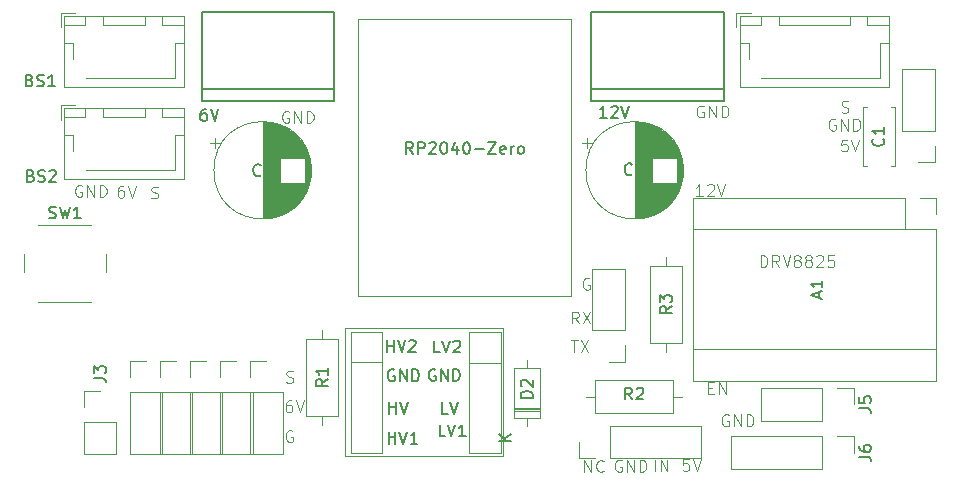
<source format=gbr>
%TF.GenerationSoftware,KiCad,Pcbnew,9.0.2-rc1*%
%TF.CreationDate,2025-05-07T10:44:18+01:00*%
%TF.ProjectId,Astro Droid BodyNeck,41737472-6f20-4447-926f-696420426f64,rev?*%
%TF.SameCoordinates,Original*%
%TF.FileFunction,Legend,Top*%
%TF.FilePolarity,Positive*%
%FSLAX46Y46*%
G04 Gerber Fmt 4.6, Leading zero omitted, Abs format (unit mm)*
G04 Created by KiCad (PCBNEW 9.0.2-rc1) date 2025-05-07 10:44:18*
%MOMM*%
%LPD*%
G01*
G04 APERTURE LIST*
%ADD10C,0.100000*%
%ADD11C,0.150000*%
%ADD12C,0.127000*%
%ADD13C,0.120000*%
%ADD14C,0.203200*%
G04 APERTURE END LIST*
D10*
X107803884Y-78042419D02*
X107803884Y-77042419D01*
X107803884Y-77042419D02*
X108041979Y-77042419D01*
X108041979Y-77042419D02*
X108184836Y-77090038D01*
X108184836Y-77090038D02*
X108280074Y-77185276D01*
X108280074Y-77185276D02*
X108327693Y-77280514D01*
X108327693Y-77280514D02*
X108375312Y-77470990D01*
X108375312Y-77470990D02*
X108375312Y-77613847D01*
X108375312Y-77613847D02*
X108327693Y-77804323D01*
X108327693Y-77804323D02*
X108280074Y-77899561D01*
X108280074Y-77899561D02*
X108184836Y-77994800D01*
X108184836Y-77994800D02*
X108041979Y-78042419D01*
X108041979Y-78042419D02*
X107803884Y-78042419D01*
X109375312Y-78042419D02*
X109041979Y-77566228D01*
X108803884Y-78042419D02*
X108803884Y-77042419D01*
X108803884Y-77042419D02*
X109184836Y-77042419D01*
X109184836Y-77042419D02*
X109280074Y-77090038D01*
X109280074Y-77090038D02*
X109327693Y-77137657D01*
X109327693Y-77137657D02*
X109375312Y-77232895D01*
X109375312Y-77232895D02*
X109375312Y-77375752D01*
X109375312Y-77375752D02*
X109327693Y-77470990D01*
X109327693Y-77470990D02*
X109280074Y-77518609D01*
X109280074Y-77518609D02*
X109184836Y-77566228D01*
X109184836Y-77566228D02*
X108803884Y-77566228D01*
X109661027Y-77042419D02*
X109994360Y-78042419D01*
X109994360Y-78042419D02*
X110327693Y-77042419D01*
X110803884Y-77470990D02*
X110708646Y-77423371D01*
X110708646Y-77423371D02*
X110661027Y-77375752D01*
X110661027Y-77375752D02*
X110613408Y-77280514D01*
X110613408Y-77280514D02*
X110613408Y-77232895D01*
X110613408Y-77232895D02*
X110661027Y-77137657D01*
X110661027Y-77137657D02*
X110708646Y-77090038D01*
X110708646Y-77090038D02*
X110803884Y-77042419D01*
X110803884Y-77042419D02*
X110994360Y-77042419D01*
X110994360Y-77042419D02*
X111089598Y-77090038D01*
X111089598Y-77090038D02*
X111137217Y-77137657D01*
X111137217Y-77137657D02*
X111184836Y-77232895D01*
X111184836Y-77232895D02*
X111184836Y-77280514D01*
X111184836Y-77280514D02*
X111137217Y-77375752D01*
X111137217Y-77375752D02*
X111089598Y-77423371D01*
X111089598Y-77423371D02*
X110994360Y-77470990D01*
X110994360Y-77470990D02*
X110803884Y-77470990D01*
X110803884Y-77470990D02*
X110708646Y-77518609D01*
X110708646Y-77518609D02*
X110661027Y-77566228D01*
X110661027Y-77566228D02*
X110613408Y-77661466D01*
X110613408Y-77661466D02*
X110613408Y-77851942D01*
X110613408Y-77851942D02*
X110661027Y-77947180D01*
X110661027Y-77947180D02*
X110708646Y-77994800D01*
X110708646Y-77994800D02*
X110803884Y-78042419D01*
X110803884Y-78042419D02*
X110994360Y-78042419D01*
X110994360Y-78042419D02*
X111089598Y-77994800D01*
X111089598Y-77994800D02*
X111137217Y-77947180D01*
X111137217Y-77947180D02*
X111184836Y-77851942D01*
X111184836Y-77851942D02*
X111184836Y-77661466D01*
X111184836Y-77661466D02*
X111137217Y-77566228D01*
X111137217Y-77566228D02*
X111089598Y-77518609D01*
X111089598Y-77518609D02*
X110994360Y-77470990D01*
X111756265Y-77470990D02*
X111661027Y-77423371D01*
X111661027Y-77423371D02*
X111613408Y-77375752D01*
X111613408Y-77375752D02*
X111565789Y-77280514D01*
X111565789Y-77280514D02*
X111565789Y-77232895D01*
X111565789Y-77232895D02*
X111613408Y-77137657D01*
X111613408Y-77137657D02*
X111661027Y-77090038D01*
X111661027Y-77090038D02*
X111756265Y-77042419D01*
X111756265Y-77042419D02*
X111946741Y-77042419D01*
X111946741Y-77042419D02*
X112041979Y-77090038D01*
X112041979Y-77090038D02*
X112089598Y-77137657D01*
X112089598Y-77137657D02*
X112137217Y-77232895D01*
X112137217Y-77232895D02*
X112137217Y-77280514D01*
X112137217Y-77280514D02*
X112089598Y-77375752D01*
X112089598Y-77375752D02*
X112041979Y-77423371D01*
X112041979Y-77423371D02*
X111946741Y-77470990D01*
X111946741Y-77470990D02*
X111756265Y-77470990D01*
X111756265Y-77470990D02*
X111661027Y-77518609D01*
X111661027Y-77518609D02*
X111613408Y-77566228D01*
X111613408Y-77566228D02*
X111565789Y-77661466D01*
X111565789Y-77661466D02*
X111565789Y-77851942D01*
X111565789Y-77851942D02*
X111613408Y-77947180D01*
X111613408Y-77947180D02*
X111661027Y-77994800D01*
X111661027Y-77994800D02*
X111756265Y-78042419D01*
X111756265Y-78042419D02*
X111946741Y-78042419D01*
X111946741Y-78042419D02*
X112041979Y-77994800D01*
X112041979Y-77994800D02*
X112089598Y-77947180D01*
X112089598Y-77947180D02*
X112137217Y-77851942D01*
X112137217Y-77851942D02*
X112137217Y-77661466D01*
X112137217Y-77661466D02*
X112089598Y-77566228D01*
X112089598Y-77566228D02*
X112041979Y-77518609D01*
X112041979Y-77518609D02*
X111946741Y-77470990D01*
X112518170Y-77137657D02*
X112565789Y-77090038D01*
X112565789Y-77090038D02*
X112661027Y-77042419D01*
X112661027Y-77042419D02*
X112899122Y-77042419D01*
X112899122Y-77042419D02*
X112994360Y-77090038D01*
X112994360Y-77090038D02*
X113041979Y-77137657D01*
X113041979Y-77137657D02*
X113089598Y-77232895D01*
X113089598Y-77232895D02*
X113089598Y-77328133D01*
X113089598Y-77328133D02*
X113041979Y-77470990D01*
X113041979Y-77470990D02*
X112470551Y-78042419D01*
X112470551Y-78042419D02*
X113089598Y-78042419D01*
X113994360Y-77042419D02*
X113518170Y-77042419D01*
X113518170Y-77042419D02*
X113470551Y-77518609D01*
X113470551Y-77518609D02*
X113518170Y-77470990D01*
X113518170Y-77470990D02*
X113613408Y-77423371D01*
X113613408Y-77423371D02*
X113851503Y-77423371D01*
X113851503Y-77423371D02*
X113946741Y-77470990D01*
X113946741Y-77470990D02*
X113994360Y-77518609D01*
X113994360Y-77518609D02*
X114041979Y-77613847D01*
X114041979Y-77613847D02*
X114041979Y-77851942D01*
X114041979Y-77851942D02*
X113994360Y-77947180D01*
X113994360Y-77947180D02*
X113946741Y-77994800D01*
X113946741Y-77994800D02*
X113851503Y-78042419D01*
X113851503Y-78042419D02*
X113613408Y-78042419D01*
X113613408Y-78042419D02*
X113518170Y-77994800D01*
X113518170Y-77994800D02*
X113470551Y-77947180D01*
X102907293Y-72030819D02*
X102335865Y-72030819D01*
X102621579Y-72030819D02*
X102621579Y-71030819D01*
X102621579Y-71030819D02*
X102526341Y-71173676D01*
X102526341Y-71173676D02*
X102431103Y-71268914D01*
X102431103Y-71268914D02*
X102335865Y-71316533D01*
X103288246Y-71126057D02*
X103335865Y-71078438D01*
X103335865Y-71078438D02*
X103431103Y-71030819D01*
X103431103Y-71030819D02*
X103669198Y-71030819D01*
X103669198Y-71030819D02*
X103764436Y-71078438D01*
X103764436Y-71078438D02*
X103812055Y-71126057D01*
X103812055Y-71126057D02*
X103859674Y-71221295D01*
X103859674Y-71221295D02*
X103859674Y-71316533D01*
X103859674Y-71316533D02*
X103812055Y-71459390D01*
X103812055Y-71459390D02*
X103240627Y-72030819D01*
X103240627Y-72030819D02*
X103859674Y-72030819D01*
X104145389Y-71030819D02*
X104478722Y-72030819D01*
X104478722Y-72030819D02*
X104812055Y-71030819D01*
X103353884Y-88278609D02*
X103687217Y-88278609D01*
X103830074Y-88802419D02*
X103353884Y-88802419D01*
X103353884Y-88802419D02*
X103353884Y-87802419D01*
X103353884Y-87802419D02*
X103830074Y-87802419D01*
X104258646Y-88802419D02*
X104258646Y-87802419D01*
X104258646Y-87802419D02*
X104830074Y-88802419D01*
X104830074Y-88802419D02*
X104830074Y-87802419D01*
X105087693Y-90570038D02*
X104992455Y-90522419D01*
X104992455Y-90522419D02*
X104849598Y-90522419D01*
X104849598Y-90522419D02*
X104706741Y-90570038D01*
X104706741Y-90570038D02*
X104611503Y-90665276D01*
X104611503Y-90665276D02*
X104563884Y-90760514D01*
X104563884Y-90760514D02*
X104516265Y-90950990D01*
X104516265Y-90950990D02*
X104516265Y-91093847D01*
X104516265Y-91093847D02*
X104563884Y-91284323D01*
X104563884Y-91284323D02*
X104611503Y-91379561D01*
X104611503Y-91379561D02*
X104706741Y-91474800D01*
X104706741Y-91474800D02*
X104849598Y-91522419D01*
X104849598Y-91522419D02*
X104944836Y-91522419D01*
X104944836Y-91522419D02*
X105087693Y-91474800D01*
X105087693Y-91474800D02*
X105135312Y-91427180D01*
X105135312Y-91427180D02*
X105135312Y-91093847D01*
X105135312Y-91093847D02*
X104944836Y-91093847D01*
X105563884Y-91522419D02*
X105563884Y-90522419D01*
X105563884Y-90522419D02*
X106135312Y-91522419D01*
X106135312Y-91522419D02*
X106135312Y-90522419D01*
X106611503Y-91522419D02*
X106611503Y-90522419D01*
X106611503Y-90522419D02*
X106849598Y-90522419D01*
X106849598Y-90522419D02*
X106992455Y-90570038D01*
X106992455Y-90570038D02*
X107087693Y-90665276D01*
X107087693Y-90665276D02*
X107135312Y-90760514D01*
X107135312Y-90760514D02*
X107182931Y-90950990D01*
X107182931Y-90950990D02*
X107182931Y-91093847D01*
X107182931Y-91093847D02*
X107135312Y-91284323D01*
X107135312Y-91284323D02*
X107087693Y-91379561D01*
X107087693Y-91379561D02*
X106992455Y-91474800D01*
X106992455Y-91474800D02*
X106849598Y-91522419D01*
X106849598Y-91522419D02*
X106611503Y-91522419D01*
X93307693Y-79000038D02*
X93212455Y-78952419D01*
X93212455Y-78952419D02*
X93069598Y-78952419D01*
X93069598Y-78952419D02*
X92926741Y-79000038D01*
X92926741Y-79000038D02*
X92831503Y-79095276D01*
X92831503Y-79095276D02*
X92783884Y-79190514D01*
X92783884Y-79190514D02*
X92736265Y-79380990D01*
X92736265Y-79380990D02*
X92736265Y-79523847D01*
X92736265Y-79523847D02*
X92783884Y-79714323D01*
X92783884Y-79714323D02*
X92831503Y-79809561D01*
X92831503Y-79809561D02*
X92926741Y-79904800D01*
X92926741Y-79904800D02*
X93069598Y-79952419D01*
X93069598Y-79952419D02*
X93164836Y-79952419D01*
X93164836Y-79952419D02*
X93307693Y-79904800D01*
X93307693Y-79904800D02*
X93355312Y-79857180D01*
X93355312Y-79857180D02*
X93355312Y-79523847D01*
X93355312Y-79523847D02*
X93164836Y-79523847D01*
X92395312Y-82812419D02*
X92061979Y-82336228D01*
X91823884Y-82812419D02*
X91823884Y-81812419D01*
X91823884Y-81812419D02*
X92204836Y-81812419D01*
X92204836Y-81812419D02*
X92300074Y-81860038D01*
X92300074Y-81860038D02*
X92347693Y-81907657D01*
X92347693Y-81907657D02*
X92395312Y-82002895D01*
X92395312Y-82002895D02*
X92395312Y-82145752D01*
X92395312Y-82145752D02*
X92347693Y-82240990D01*
X92347693Y-82240990D02*
X92300074Y-82288609D01*
X92300074Y-82288609D02*
X92204836Y-82336228D01*
X92204836Y-82336228D02*
X91823884Y-82336228D01*
X92728646Y-81812419D02*
X93395312Y-82812419D01*
X93395312Y-81812419D02*
X92728646Y-82812419D01*
X91741027Y-84232419D02*
X92312455Y-84232419D01*
X92026741Y-85232419D02*
X92026741Y-84232419D01*
X92550551Y-84232419D02*
X93217217Y-85232419D01*
X93217217Y-84232419D02*
X92550551Y-85232419D01*
X92883884Y-95382419D02*
X92883884Y-94382419D01*
X92883884Y-94382419D02*
X93455312Y-95382419D01*
X93455312Y-95382419D02*
X93455312Y-94382419D01*
X94502931Y-95287180D02*
X94455312Y-95334800D01*
X94455312Y-95334800D02*
X94312455Y-95382419D01*
X94312455Y-95382419D02*
X94217217Y-95382419D01*
X94217217Y-95382419D02*
X94074360Y-95334800D01*
X94074360Y-95334800D02*
X93979122Y-95239561D01*
X93979122Y-95239561D02*
X93931503Y-95144323D01*
X93931503Y-95144323D02*
X93883884Y-94953847D01*
X93883884Y-94953847D02*
X93883884Y-94810990D01*
X93883884Y-94810990D02*
X93931503Y-94620514D01*
X93931503Y-94620514D02*
X93979122Y-94525276D01*
X93979122Y-94525276D02*
X94074360Y-94430038D01*
X94074360Y-94430038D02*
X94217217Y-94382419D01*
X94217217Y-94382419D02*
X94312455Y-94382419D01*
X94312455Y-94382419D02*
X94455312Y-94430038D01*
X94455312Y-94430038D02*
X94502931Y-94477657D01*
X98853884Y-95342419D02*
X98853884Y-94342419D01*
X99330074Y-95342419D02*
X99330074Y-94342419D01*
X99330074Y-94342419D02*
X99901502Y-95342419D01*
X99901502Y-95342419D02*
X99901502Y-94342419D01*
X96027693Y-94410038D02*
X95932455Y-94362419D01*
X95932455Y-94362419D02*
X95789598Y-94362419D01*
X95789598Y-94362419D02*
X95646741Y-94410038D01*
X95646741Y-94410038D02*
X95551503Y-94505276D01*
X95551503Y-94505276D02*
X95503884Y-94600514D01*
X95503884Y-94600514D02*
X95456265Y-94790990D01*
X95456265Y-94790990D02*
X95456265Y-94933847D01*
X95456265Y-94933847D02*
X95503884Y-95124323D01*
X95503884Y-95124323D02*
X95551503Y-95219561D01*
X95551503Y-95219561D02*
X95646741Y-95314800D01*
X95646741Y-95314800D02*
X95789598Y-95362419D01*
X95789598Y-95362419D02*
X95884836Y-95362419D01*
X95884836Y-95362419D02*
X96027693Y-95314800D01*
X96027693Y-95314800D02*
X96075312Y-95267180D01*
X96075312Y-95267180D02*
X96075312Y-94933847D01*
X96075312Y-94933847D02*
X95884836Y-94933847D01*
X96503884Y-95362419D02*
X96503884Y-94362419D01*
X96503884Y-94362419D02*
X97075312Y-95362419D01*
X97075312Y-95362419D02*
X97075312Y-94362419D01*
X97551503Y-95362419D02*
X97551503Y-94362419D01*
X97551503Y-94362419D02*
X97789598Y-94362419D01*
X97789598Y-94362419D02*
X97932455Y-94410038D01*
X97932455Y-94410038D02*
X98027693Y-94505276D01*
X98027693Y-94505276D02*
X98075312Y-94600514D01*
X98075312Y-94600514D02*
X98122931Y-94790990D01*
X98122931Y-94790990D02*
X98122931Y-94933847D01*
X98122931Y-94933847D02*
X98075312Y-95124323D01*
X98075312Y-95124323D02*
X98027693Y-95219561D01*
X98027693Y-95219561D02*
X97932455Y-95314800D01*
X97932455Y-95314800D02*
X97789598Y-95362419D01*
X97789598Y-95362419D02*
X97551503Y-95362419D01*
X101720074Y-94292419D02*
X101243884Y-94292419D01*
X101243884Y-94292419D02*
X101196265Y-94768609D01*
X101196265Y-94768609D02*
X101243884Y-94720990D01*
X101243884Y-94720990D02*
X101339122Y-94673371D01*
X101339122Y-94673371D02*
X101577217Y-94673371D01*
X101577217Y-94673371D02*
X101672455Y-94720990D01*
X101672455Y-94720990D02*
X101720074Y-94768609D01*
X101720074Y-94768609D02*
X101767693Y-94863847D01*
X101767693Y-94863847D02*
X101767693Y-95101942D01*
X101767693Y-95101942D02*
X101720074Y-95197180D01*
X101720074Y-95197180D02*
X101672455Y-95244800D01*
X101672455Y-95244800D02*
X101577217Y-95292419D01*
X101577217Y-95292419D02*
X101339122Y-95292419D01*
X101339122Y-95292419D02*
X101243884Y-95244800D01*
X101243884Y-95244800D02*
X101196265Y-95197180D01*
X102053408Y-94292419D02*
X102386741Y-95292419D01*
X102386741Y-95292419D02*
X102720074Y-94292419D01*
X114137693Y-65530038D02*
X114042455Y-65482419D01*
X114042455Y-65482419D02*
X113899598Y-65482419D01*
X113899598Y-65482419D02*
X113756741Y-65530038D01*
X113756741Y-65530038D02*
X113661503Y-65625276D01*
X113661503Y-65625276D02*
X113613884Y-65720514D01*
X113613884Y-65720514D02*
X113566265Y-65910990D01*
X113566265Y-65910990D02*
X113566265Y-66053847D01*
X113566265Y-66053847D02*
X113613884Y-66244323D01*
X113613884Y-66244323D02*
X113661503Y-66339561D01*
X113661503Y-66339561D02*
X113756741Y-66434800D01*
X113756741Y-66434800D02*
X113899598Y-66482419D01*
X113899598Y-66482419D02*
X113994836Y-66482419D01*
X113994836Y-66482419D02*
X114137693Y-66434800D01*
X114137693Y-66434800D02*
X114185312Y-66387180D01*
X114185312Y-66387180D02*
X114185312Y-66053847D01*
X114185312Y-66053847D02*
X113994836Y-66053847D01*
X114613884Y-66482419D02*
X114613884Y-65482419D01*
X114613884Y-65482419D02*
X115185312Y-66482419D01*
X115185312Y-66482419D02*
X115185312Y-65482419D01*
X115661503Y-66482419D02*
X115661503Y-65482419D01*
X115661503Y-65482419D02*
X115899598Y-65482419D01*
X115899598Y-65482419D02*
X116042455Y-65530038D01*
X116042455Y-65530038D02*
X116137693Y-65625276D01*
X116137693Y-65625276D02*
X116185312Y-65720514D01*
X116185312Y-65720514D02*
X116232931Y-65910990D01*
X116232931Y-65910990D02*
X116232931Y-66053847D01*
X116232931Y-66053847D02*
X116185312Y-66244323D01*
X116185312Y-66244323D02*
X116137693Y-66339561D01*
X116137693Y-66339561D02*
X116042455Y-66434800D01*
X116042455Y-66434800D02*
X115899598Y-66482419D01*
X115899598Y-66482419D02*
X115661503Y-66482419D01*
X114656265Y-64924800D02*
X114799122Y-64972419D01*
X114799122Y-64972419D02*
X115037217Y-64972419D01*
X115037217Y-64972419D02*
X115132455Y-64924800D01*
X115132455Y-64924800D02*
X115180074Y-64877180D01*
X115180074Y-64877180D02*
X115227693Y-64781942D01*
X115227693Y-64781942D02*
X115227693Y-64686704D01*
X115227693Y-64686704D02*
X115180074Y-64591466D01*
X115180074Y-64591466D02*
X115132455Y-64543847D01*
X115132455Y-64543847D02*
X115037217Y-64496228D01*
X115037217Y-64496228D02*
X114846741Y-64448609D01*
X114846741Y-64448609D02*
X114751503Y-64400990D01*
X114751503Y-64400990D02*
X114703884Y-64353371D01*
X114703884Y-64353371D02*
X114656265Y-64258133D01*
X114656265Y-64258133D02*
X114656265Y-64162895D01*
X114656265Y-64162895D02*
X114703884Y-64067657D01*
X114703884Y-64067657D02*
X114751503Y-64020038D01*
X114751503Y-64020038D02*
X114846741Y-63972419D01*
X114846741Y-63972419D02*
X115084836Y-63972419D01*
X115084836Y-63972419D02*
X115227693Y-64020038D01*
X115140074Y-67242419D02*
X114663884Y-67242419D01*
X114663884Y-67242419D02*
X114616265Y-67718609D01*
X114616265Y-67718609D02*
X114663884Y-67670990D01*
X114663884Y-67670990D02*
X114759122Y-67623371D01*
X114759122Y-67623371D02*
X114997217Y-67623371D01*
X114997217Y-67623371D02*
X115092455Y-67670990D01*
X115092455Y-67670990D02*
X115140074Y-67718609D01*
X115140074Y-67718609D02*
X115187693Y-67813847D01*
X115187693Y-67813847D02*
X115187693Y-68051942D01*
X115187693Y-68051942D02*
X115140074Y-68147180D01*
X115140074Y-68147180D02*
X115092455Y-68194800D01*
X115092455Y-68194800D02*
X114997217Y-68242419D01*
X114997217Y-68242419D02*
X114759122Y-68242419D01*
X114759122Y-68242419D02*
X114663884Y-68194800D01*
X114663884Y-68194800D02*
X114616265Y-68147180D01*
X115473408Y-67242419D02*
X115806741Y-68242419D01*
X115806741Y-68242419D02*
X116140074Y-67242419D01*
X102967693Y-64420038D02*
X102872455Y-64372419D01*
X102872455Y-64372419D02*
X102729598Y-64372419D01*
X102729598Y-64372419D02*
X102586741Y-64420038D01*
X102586741Y-64420038D02*
X102491503Y-64515276D01*
X102491503Y-64515276D02*
X102443884Y-64610514D01*
X102443884Y-64610514D02*
X102396265Y-64800990D01*
X102396265Y-64800990D02*
X102396265Y-64943847D01*
X102396265Y-64943847D02*
X102443884Y-65134323D01*
X102443884Y-65134323D02*
X102491503Y-65229561D01*
X102491503Y-65229561D02*
X102586741Y-65324800D01*
X102586741Y-65324800D02*
X102729598Y-65372419D01*
X102729598Y-65372419D02*
X102824836Y-65372419D01*
X102824836Y-65372419D02*
X102967693Y-65324800D01*
X102967693Y-65324800D02*
X103015312Y-65277180D01*
X103015312Y-65277180D02*
X103015312Y-64943847D01*
X103015312Y-64943847D02*
X102824836Y-64943847D01*
X103443884Y-65372419D02*
X103443884Y-64372419D01*
X103443884Y-64372419D02*
X104015312Y-65372419D01*
X104015312Y-65372419D02*
X104015312Y-64372419D01*
X104491503Y-65372419D02*
X104491503Y-64372419D01*
X104491503Y-64372419D02*
X104729598Y-64372419D01*
X104729598Y-64372419D02*
X104872455Y-64420038D01*
X104872455Y-64420038D02*
X104967693Y-64515276D01*
X104967693Y-64515276D02*
X105015312Y-64610514D01*
X105015312Y-64610514D02*
X105062931Y-64800990D01*
X105062931Y-64800990D02*
X105062931Y-64943847D01*
X105062931Y-64943847D02*
X105015312Y-65134323D01*
X105015312Y-65134323D02*
X104967693Y-65229561D01*
X104967693Y-65229561D02*
X104872455Y-65324800D01*
X104872455Y-65324800D02*
X104729598Y-65372419D01*
X104729598Y-65372419D02*
X104491503Y-65372419D01*
X67857042Y-64895197D02*
X67761804Y-64847578D01*
X67761804Y-64847578D02*
X67618947Y-64847578D01*
X67618947Y-64847578D02*
X67476090Y-64895197D01*
X67476090Y-64895197D02*
X67380852Y-64990435D01*
X67380852Y-64990435D02*
X67333233Y-65085673D01*
X67333233Y-65085673D02*
X67285614Y-65276149D01*
X67285614Y-65276149D02*
X67285614Y-65419006D01*
X67285614Y-65419006D02*
X67333233Y-65609482D01*
X67333233Y-65609482D02*
X67380852Y-65704720D01*
X67380852Y-65704720D02*
X67476090Y-65799959D01*
X67476090Y-65799959D02*
X67618947Y-65847578D01*
X67618947Y-65847578D02*
X67714185Y-65847578D01*
X67714185Y-65847578D02*
X67857042Y-65799959D01*
X67857042Y-65799959D02*
X67904661Y-65752339D01*
X67904661Y-65752339D02*
X67904661Y-65419006D01*
X67904661Y-65419006D02*
X67714185Y-65419006D01*
X68333233Y-65847578D02*
X68333233Y-64847578D01*
X68333233Y-64847578D02*
X68904661Y-65847578D01*
X68904661Y-65847578D02*
X68904661Y-64847578D01*
X69380852Y-65847578D02*
X69380852Y-64847578D01*
X69380852Y-64847578D02*
X69618947Y-64847578D01*
X69618947Y-64847578D02*
X69761804Y-64895197D01*
X69761804Y-64895197D02*
X69857042Y-64990435D01*
X69857042Y-64990435D02*
X69904661Y-65085673D01*
X69904661Y-65085673D02*
X69952280Y-65276149D01*
X69952280Y-65276149D02*
X69952280Y-65419006D01*
X69952280Y-65419006D02*
X69904661Y-65609482D01*
X69904661Y-65609482D02*
X69857042Y-65704720D01*
X69857042Y-65704720D02*
X69761804Y-65799959D01*
X69761804Y-65799959D02*
X69618947Y-65847578D01*
X69618947Y-65847578D02*
X69380852Y-65847578D01*
X50327693Y-71160038D02*
X50232455Y-71112419D01*
X50232455Y-71112419D02*
X50089598Y-71112419D01*
X50089598Y-71112419D02*
X49946741Y-71160038D01*
X49946741Y-71160038D02*
X49851503Y-71255276D01*
X49851503Y-71255276D02*
X49803884Y-71350514D01*
X49803884Y-71350514D02*
X49756265Y-71540990D01*
X49756265Y-71540990D02*
X49756265Y-71683847D01*
X49756265Y-71683847D02*
X49803884Y-71874323D01*
X49803884Y-71874323D02*
X49851503Y-71969561D01*
X49851503Y-71969561D02*
X49946741Y-72064800D01*
X49946741Y-72064800D02*
X50089598Y-72112419D01*
X50089598Y-72112419D02*
X50184836Y-72112419D01*
X50184836Y-72112419D02*
X50327693Y-72064800D01*
X50327693Y-72064800D02*
X50375312Y-72017180D01*
X50375312Y-72017180D02*
X50375312Y-71683847D01*
X50375312Y-71683847D02*
X50184836Y-71683847D01*
X50803884Y-72112419D02*
X50803884Y-71112419D01*
X50803884Y-71112419D02*
X51375312Y-72112419D01*
X51375312Y-72112419D02*
X51375312Y-71112419D01*
X51851503Y-72112419D02*
X51851503Y-71112419D01*
X51851503Y-71112419D02*
X52089598Y-71112419D01*
X52089598Y-71112419D02*
X52232455Y-71160038D01*
X52232455Y-71160038D02*
X52327693Y-71255276D01*
X52327693Y-71255276D02*
X52375312Y-71350514D01*
X52375312Y-71350514D02*
X52422931Y-71540990D01*
X52422931Y-71540990D02*
X52422931Y-71683847D01*
X52422931Y-71683847D02*
X52375312Y-71874323D01*
X52375312Y-71874323D02*
X52327693Y-71969561D01*
X52327693Y-71969561D02*
X52232455Y-72064800D01*
X52232455Y-72064800D02*
X52089598Y-72112419D01*
X52089598Y-72112419D02*
X51851503Y-72112419D01*
X53842455Y-71162419D02*
X53651979Y-71162419D01*
X53651979Y-71162419D02*
X53556741Y-71210038D01*
X53556741Y-71210038D02*
X53509122Y-71257657D01*
X53509122Y-71257657D02*
X53413884Y-71400514D01*
X53413884Y-71400514D02*
X53366265Y-71590990D01*
X53366265Y-71590990D02*
X53366265Y-71971942D01*
X53366265Y-71971942D02*
X53413884Y-72067180D01*
X53413884Y-72067180D02*
X53461503Y-72114800D01*
X53461503Y-72114800D02*
X53556741Y-72162419D01*
X53556741Y-72162419D02*
X53747217Y-72162419D01*
X53747217Y-72162419D02*
X53842455Y-72114800D01*
X53842455Y-72114800D02*
X53890074Y-72067180D01*
X53890074Y-72067180D02*
X53937693Y-71971942D01*
X53937693Y-71971942D02*
X53937693Y-71733847D01*
X53937693Y-71733847D02*
X53890074Y-71638609D01*
X53890074Y-71638609D02*
X53842455Y-71590990D01*
X53842455Y-71590990D02*
X53747217Y-71543371D01*
X53747217Y-71543371D02*
X53556741Y-71543371D01*
X53556741Y-71543371D02*
X53461503Y-71590990D01*
X53461503Y-71590990D02*
X53413884Y-71638609D01*
X53413884Y-71638609D02*
X53366265Y-71733847D01*
X54223408Y-71162419D02*
X54556741Y-72162419D01*
X54556741Y-72162419D02*
X54890074Y-71162419D01*
X56216265Y-72184800D02*
X56359122Y-72232419D01*
X56359122Y-72232419D02*
X56597217Y-72232419D01*
X56597217Y-72232419D02*
X56692455Y-72184800D01*
X56692455Y-72184800D02*
X56740074Y-72137180D01*
X56740074Y-72137180D02*
X56787693Y-72041942D01*
X56787693Y-72041942D02*
X56787693Y-71946704D01*
X56787693Y-71946704D02*
X56740074Y-71851466D01*
X56740074Y-71851466D02*
X56692455Y-71803847D01*
X56692455Y-71803847D02*
X56597217Y-71756228D01*
X56597217Y-71756228D02*
X56406741Y-71708609D01*
X56406741Y-71708609D02*
X56311503Y-71660990D01*
X56311503Y-71660990D02*
X56263884Y-71613371D01*
X56263884Y-71613371D02*
X56216265Y-71518133D01*
X56216265Y-71518133D02*
X56216265Y-71422895D01*
X56216265Y-71422895D02*
X56263884Y-71327657D01*
X56263884Y-71327657D02*
X56311503Y-71280038D01*
X56311503Y-71280038D02*
X56406741Y-71232419D01*
X56406741Y-71232419D02*
X56644836Y-71232419D01*
X56644836Y-71232419D02*
X56787693Y-71280038D01*
X67646265Y-87784800D02*
X67789122Y-87832419D01*
X67789122Y-87832419D02*
X68027217Y-87832419D01*
X68027217Y-87832419D02*
X68122455Y-87784800D01*
X68122455Y-87784800D02*
X68170074Y-87737180D01*
X68170074Y-87737180D02*
X68217693Y-87641942D01*
X68217693Y-87641942D02*
X68217693Y-87546704D01*
X68217693Y-87546704D02*
X68170074Y-87451466D01*
X68170074Y-87451466D02*
X68122455Y-87403847D01*
X68122455Y-87403847D02*
X68027217Y-87356228D01*
X68027217Y-87356228D02*
X67836741Y-87308609D01*
X67836741Y-87308609D02*
X67741503Y-87260990D01*
X67741503Y-87260990D02*
X67693884Y-87213371D01*
X67693884Y-87213371D02*
X67646265Y-87118133D01*
X67646265Y-87118133D02*
X67646265Y-87022895D01*
X67646265Y-87022895D02*
X67693884Y-86927657D01*
X67693884Y-86927657D02*
X67741503Y-86880038D01*
X67741503Y-86880038D02*
X67836741Y-86832419D01*
X67836741Y-86832419D02*
X68074836Y-86832419D01*
X68074836Y-86832419D02*
X68217693Y-86880038D01*
X68146093Y-91910038D02*
X68050855Y-91862419D01*
X68050855Y-91862419D02*
X67907998Y-91862419D01*
X67907998Y-91862419D02*
X67765141Y-91910038D01*
X67765141Y-91910038D02*
X67669903Y-92005276D01*
X67669903Y-92005276D02*
X67622284Y-92100514D01*
X67622284Y-92100514D02*
X67574665Y-92290990D01*
X67574665Y-92290990D02*
X67574665Y-92433847D01*
X67574665Y-92433847D02*
X67622284Y-92624323D01*
X67622284Y-92624323D02*
X67669903Y-92719561D01*
X67669903Y-92719561D02*
X67765141Y-92814800D01*
X67765141Y-92814800D02*
X67907998Y-92862419D01*
X67907998Y-92862419D02*
X68003236Y-92862419D01*
X68003236Y-92862419D02*
X68146093Y-92814800D01*
X68146093Y-92814800D02*
X68193712Y-92767180D01*
X68193712Y-92767180D02*
X68193712Y-92433847D01*
X68193712Y-92433847D02*
X68003236Y-92433847D01*
X68050855Y-89332419D02*
X67860379Y-89332419D01*
X67860379Y-89332419D02*
X67765141Y-89380038D01*
X67765141Y-89380038D02*
X67717522Y-89427657D01*
X67717522Y-89427657D02*
X67622284Y-89570514D01*
X67622284Y-89570514D02*
X67574665Y-89760990D01*
X67574665Y-89760990D02*
X67574665Y-90141942D01*
X67574665Y-90141942D02*
X67622284Y-90237180D01*
X67622284Y-90237180D02*
X67669903Y-90284800D01*
X67669903Y-90284800D02*
X67765141Y-90332419D01*
X67765141Y-90332419D02*
X67955617Y-90332419D01*
X67955617Y-90332419D02*
X68050855Y-90284800D01*
X68050855Y-90284800D02*
X68098474Y-90237180D01*
X68098474Y-90237180D02*
X68146093Y-90141942D01*
X68146093Y-90141942D02*
X68146093Y-89903847D01*
X68146093Y-89903847D02*
X68098474Y-89808609D01*
X68098474Y-89808609D02*
X68050855Y-89760990D01*
X68050855Y-89760990D02*
X67955617Y-89713371D01*
X67955617Y-89713371D02*
X67765141Y-89713371D01*
X67765141Y-89713371D02*
X67669903Y-89760990D01*
X67669903Y-89760990D02*
X67622284Y-89808609D01*
X67622284Y-89808609D02*
X67574665Y-89903847D01*
X68431808Y-89332419D02*
X68765141Y-90332419D01*
X68765141Y-90332419D02*
X69098474Y-89332419D01*
D11*
X65463333Y-70249580D02*
X65415714Y-70297200D01*
X65415714Y-70297200D02*
X65272857Y-70344819D01*
X65272857Y-70344819D02*
X65177619Y-70344819D01*
X65177619Y-70344819D02*
X65034762Y-70297200D01*
X65034762Y-70297200D02*
X64939524Y-70201961D01*
X64939524Y-70201961D02*
X64891905Y-70106723D01*
X64891905Y-70106723D02*
X64844286Y-69916247D01*
X64844286Y-69916247D02*
X64844286Y-69773390D01*
X64844286Y-69773390D02*
X64891905Y-69582914D01*
X64891905Y-69582914D02*
X64939524Y-69487676D01*
X64939524Y-69487676D02*
X65034762Y-69392438D01*
X65034762Y-69392438D02*
X65177619Y-69344819D01*
X65177619Y-69344819D02*
X65272857Y-69344819D01*
X65272857Y-69344819D02*
X65415714Y-69392438D01*
X65415714Y-69392438D02*
X65463333Y-69440057D01*
X65796667Y-69344819D02*
X66415714Y-69344819D01*
X66415714Y-69344819D02*
X66082381Y-69725771D01*
X66082381Y-69725771D02*
X66225238Y-69725771D01*
X66225238Y-69725771D02*
X66320476Y-69773390D01*
X66320476Y-69773390D02*
X66368095Y-69821009D01*
X66368095Y-69821009D02*
X66415714Y-69916247D01*
X66415714Y-69916247D02*
X66415714Y-70154342D01*
X66415714Y-70154342D02*
X66368095Y-70249580D01*
X66368095Y-70249580D02*
X66320476Y-70297200D01*
X66320476Y-70297200D02*
X66225238Y-70344819D01*
X66225238Y-70344819D02*
X65939524Y-70344819D01*
X65939524Y-70344819D02*
X65844286Y-70297200D01*
X65844286Y-70297200D02*
X65796667Y-70249580D01*
X116134819Y-94093333D02*
X116849104Y-94093333D01*
X116849104Y-94093333D02*
X116991961Y-94140952D01*
X116991961Y-94140952D02*
X117087200Y-94236190D01*
X117087200Y-94236190D02*
X117134819Y-94379047D01*
X117134819Y-94379047D02*
X117134819Y-94474285D01*
X116134819Y-93188571D02*
X116134819Y-93379047D01*
X116134819Y-93379047D02*
X116182438Y-93474285D01*
X116182438Y-93474285D02*
X116230057Y-93521904D01*
X116230057Y-93521904D02*
X116372914Y-93617142D01*
X116372914Y-93617142D02*
X116563390Y-93664761D01*
X116563390Y-93664761D02*
X116944342Y-93664761D01*
X116944342Y-93664761D02*
X117039580Y-93617142D01*
X117039580Y-93617142D02*
X117087200Y-93569523D01*
X117087200Y-93569523D02*
X117134819Y-93474285D01*
X117134819Y-93474285D02*
X117134819Y-93283809D01*
X117134819Y-93283809D02*
X117087200Y-93188571D01*
X117087200Y-93188571D02*
X117039580Y-93140952D01*
X117039580Y-93140952D02*
X116944342Y-93093333D01*
X116944342Y-93093333D02*
X116706247Y-93093333D01*
X116706247Y-93093333D02*
X116611009Y-93140952D01*
X116611009Y-93140952D02*
X116563390Y-93188571D01*
X116563390Y-93188571D02*
X116515771Y-93283809D01*
X116515771Y-93283809D02*
X116515771Y-93474285D01*
X116515771Y-93474285D02*
X116563390Y-93569523D01*
X116563390Y-93569523D02*
X116611009Y-93617142D01*
X116611009Y-93617142D02*
X116706247Y-93664761D01*
X116134819Y-89995333D02*
X116849104Y-89995333D01*
X116849104Y-89995333D02*
X116991961Y-90042952D01*
X116991961Y-90042952D02*
X117087200Y-90138190D01*
X117087200Y-90138190D02*
X117134819Y-90281047D01*
X117134819Y-90281047D02*
X117134819Y-90376285D01*
X116134819Y-89042952D02*
X116134819Y-89519142D01*
X116134819Y-89519142D02*
X116611009Y-89566761D01*
X116611009Y-89566761D02*
X116563390Y-89519142D01*
X116563390Y-89519142D02*
X116515771Y-89423904D01*
X116515771Y-89423904D02*
X116515771Y-89185809D01*
X116515771Y-89185809D02*
X116563390Y-89090571D01*
X116563390Y-89090571D02*
X116611009Y-89042952D01*
X116611009Y-89042952D02*
X116706247Y-88995333D01*
X116706247Y-88995333D02*
X116944342Y-88995333D01*
X116944342Y-88995333D02*
X117039580Y-89042952D01*
X117039580Y-89042952D02*
X117087200Y-89090571D01*
X117087200Y-89090571D02*
X117134819Y-89185809D01*
X117134819Y-89185809D02*
X117134819Y-89423904D01*
X117134819Y-89423904D02*
X117087200Y-89519142D01*
X117087200Y-89519142D02*
X117039580Y-89566761D01*
X118164780Y-67161066D02*
X118212400Y-67208685D01*
X118212400Y-67208685D02*
X118260019Y-67351542D01*
X118260019Y-67351542D02*
X118260019Y-67446780D01*
X118260019Y-67446780D02*
X118212400Y-67589637D01*
X118212400Y-67589637D02*
X118117161Y-67684875D01*
X118117161Y-67684875D02*
X118021923Y-67732494D01*
X118021923Y-67732494D02*
X117831447Y-67780113D01*
X117831447Y-67780113D02*
X117688590Y-67780113D01*
X117688590Y-67780113D02*
X117498114Y-67732494D01*
X117498114Y-67732494D02*
X117402876Y-67684875D01*
X117402876Y-67684875D02*
X117307638Y-67589637D01*
X117307638Y-67589637D02*
X117260019Y-67446780D01*
X117260019Y-67446780D02*
X117260019Y-67351542D01*
X117260019Y-67351542D02*
X117307638Y-67208685D01*
X117307638Y-67208685D02*
X117355257Y-67161066D01*
X118260019Y-66208685D02*
X118260019Y-66780113D01*
X118260019Y-66494399D02*
X117260019Y-66494399D01*
X117260019Y-66494399D02*
X117402876Y-66589637D01*
X117402876Y-66589637D02*
X117498114Y-66684875D01*
X117498114Y-66684875D02*
X117545733Y-66780113D01*
X47561667Y-73881200D02*
X47704524Y-73928819D01*
X47704524Y-73928819D02*
X47942619Y-73928819D01*
X47942619Y-73928819D02*
X48037857Y-73881200D01*
X48037857Y-73881200D02*
X48085476Y-73833580D01*
X48085476Y-73833580D02*
X48133095Y-73738342D01*
X48133095Y-73738342D02*
X48133095Y-73643104D01*
X48133095Y-73643104D02*
X48085476Y-73547866D01*
X48085476Y-73547866D02*
X48037857Y-73500247D01*
X48037857Y-73500247D02*
X47942619Y-73452628D01*
X47942619Y-73452628D02*
X47752143Y-73405009D01*
X47752143Y-73405009D02*
X47656905Y-73357390D01*
X47656905Y-73357390D02*
X47609286Y-73309771D01*
X47609286Y-73309771D02*
X47561667Y-73214533D01*
X47561667Y-73214533D02*
X47561667Y-73119295D01*
X47561667Y-73119295D02*
X47609286Y-73024057D01*
X47609286Y-73024057D02*
X47656905Y-72976438D01*
X47656905Y-72976438D02*
X47752143Y-72928819D01*
X47752143Y-72928819D02*
X47990238Y-72928819D01*
X47990238Y-72928819D02*
X48133095Y-72976438D01*
X48466429Y-72928819D02*
X48704524Y-73928819D01*
X48704524Y-73928819D02*
X48895000Y-73214533D01*
X48895000Y-73214533D02*
X49085476Y-73928819D01*
X49085476Y-73928819D02*
X49323572Y-72928819D01*
X50228333Y-73928819D02*
X49656905Y-73928819D01*
X49942619Y-73928819D02*
X49942619Y-72928819D01*
X49942619Y-72928819D02*
X49847381Y-73071676D01*
X49847381Y-73071676D02*
X49752143Y-73166914D01*
X49752143Y-73166914D02*
X49656905Y-73214533D01*
X78360047Y-68463819D02*
X78026714Y-67987628D01*
X77788619Y-68463819D02*
X77788619Y-67463819D01*
X77788619Y-67463819D02*
X78169571Y-67463819D01*
X78169571Y-67463819D02*
X78264809Y-67511438D01*
X78264809Y-67511438D02*
X78312428Y-67559057D01*
X78312428Y-67559057D02*
X78360047Y-67654295D01*
X78360047Y-67654295D02*
X78360047Y-67797152D01*
X78360047Y-67797152D02*
X78312428Y-67892390D01*
X78312428Y-67892390D02*
X78264809Y-67940009D01*
X78264809Y-67940009D02*
X78169571Y-67987628D01*
X78169571Y-67987628D02*
X77788619Y-67987628D01*
X78788619Y-68463819D02*
X78788619Y-67463819D01*
X78788619Y-67463819D02*
X79169571Y-67463819D01*
X79169571Y-67463819D02*
X79264809Y-67511438D01*
X79264809Y-67511438D02*
X79312428Y-67559057D01*
X79312428Y-67559057D02*
X79360047Y-67654295D01*
X79360047Y-67654295D02*
X79360047Y-67797152D01*
X79360047Y-67797152D02*
X79312428Y-67892390D01*
X79312428Y-67892390D02*
X79264809Y-67940009D01*
X79264809Y-67940009D02*
X79169571Y-67987628D01*
X79169571Y-67987628D02*
X78788619Y-67987628D01*
X79741000Y-67559057D02*
X79788619Y-67511438D01*
X79788619Y-67511438D02*
X79883857Y-67463819D01*
X79883857Y-67463819D02*
X80121952Y-67463819D01*
X80121952Y-67463819D02*
X80217190Y-67511438D01*
X80217190Y-67511438D02*
X80264809Y-67559057D01*
X80264809Y-67559057D02*
X80312428Y-67654295D01*
X80312428Y-67654295D02*
X80312428Y-67749533D01*
X80312428Y-67749533D02*
X80264809Y-67892390D01*
X80264809Y-67892390D02*
X79693381Y-68463819D01*
X79693381Y-68463819D02*
X80312428Y-68463819D01*
X80931476Y-67463819D02*
X81026714Y-67463819D01*
X81026714Y-67463819D02*
X81121952Y-67511438D01*
X81121952Y-67511438D02*
X81169571Y-67559057D01*
X81169571Y-67559057D02*
X81217190Y-67654295D01*
X81217190Y-67654295D02*
X81264809Y-67844771D01*
X81264809Y-67844771D02*
X81264809Y-68082866D01*
X81264809Y-68082866D02*
X81217190Y-68273342D01*
X81217190Y-68273342D02*
X81169571Y-68368580D01*
X81169571Y-68368580D02*
X81121952Y-68416200D01*
X81121952Y-68416200D02*
X81026714Y-68463819D01*
X81026714Y-68463819D02*
X80931476Y-68463819D01*
X80931476Y-68463819D02*
X80836238Y-68416200D01*
X80836238Y-68416200D02*
X80788619Y-68368580D01*
X80788619Y-68368580D02*
X80741000Y-68273342D01*
X80741000Y-68273342D02*
X80693381Y-68082866D01*
X80693381Y-68082866D02*
X80693381Y-67844771D01*
X80693381Y-67844771D02*
X80741000Y-67654295D01*
X80741000Y-67654295D02*
X80788619Y-67559057D01*
X80788619Y-67559057D02*
X80836238Y-67511438D01*
X80836238Y-67511438D02*
X80931476Y-67463819D01*
X82121952Y-67797152D02*
X82121952Y-68463819D01*
X81883857Y-67416200D02*
X81645762Y-68130485D01*
X81645762Y-68130485D02*
X82264809Y-68130485D01*
X82836238Y-67463819D02*
X82931476Y-67463819D01*
X82931476Y-67463819D02*
X83026714Y-67511438D01*
X83026714Y-67511438D02*
X83074333Y-67559057D01*
X83074333Y-67559057D02*
X83121952Y-67654295D01*
X83121952Y-67654295D02*
X83169571Y-67844771D01*
X83169571Y-67844771D02*
X83169571Y-68082866D01*
X83169571Y-68082866D02*
X83121952Y-68273342D01*
X83121952Y-68273342D02*
X83074333Y-68368580D01*
X83074333Y-68368580D02*
X83026714Y-68416200D01*
X83026714Y-68416200D02*
X82931476Y-68463819D01*
X82931476Y-68463819D02*
X82836238Y-68463819D01*
X82836238Y-68463819D02*
X82741000Y-68416200D01*
X82741000Y-68416200D02*
X82693381Y-68368580D01*
X82693381Y-68368580D02*
X82645762Y-68273342D01*
X82645762Y-68273342D02*
X82598143Y-68082866D01*
X82598143Y-68082866D02*
X82598143Y-67844771D01*
X82598143Y-67844771D02*
X82645762Y-67654295D01*
X82645762Y-67654295D02*
X82693381Y-67559057D01*
X82693381Y-67559057D02*
X82741000Y-67511438D01*
X82741000Y-67511438D02*
X82836238Y-67463819D01*
X83598143Y-68082866D02*
X84360048Y-68082866D01*
X84741000Y-67463819D02*
X85407666Y-67463819D01*
X85407666Y-67463819D02*
X84741000Y-68463819D01*
X84741000Y-68463819D02*
X85407666Y-68463819D01*
X86169571Y-68416200D02*
X86074333Y-68463819D01*
X86074333Y-68463819D02*
X85883857Y-68463819D01*
X85883857Y-68463819D02*
X85788619Y-68416200D01*
X85788619Y-68416200D02*
X85741000Y-68320961D01*
X85741000Y-68320961D02*
X85741000Y-67940009D01*
X85741000Y-67940009D02*
X85788619Y-67844771D01*
X85788619Y-67844771D02*
X85883857Y-67797152D01*
X85883857Y-67797152D02*
X86074333Y-67797152D01*
X86074333Y-67797152D02*
X86169571Y-67844771D01*
X86169571Y-67844771D02*
X86217190Y-67940009D01*
X86217190Y-67940009D02*
X86217190Y-68035247D01*
X86217190Y-68035247D02*
X85741000Y-68130485D01*
X86645762Y-68463819D02*
X86645762Y-67797152D01*
X86645762Y-67987628D02*
X86693381Y-67892390D01*
X86693381Y-67892390D02*
X86741000Y-67844771D01*
X86741000Y-67844771D02*
X86836238Y-67797152D01*
X86836238Y-67797152D02*
X86931476Y-67797152D01*
X87407667Y-68463819D02*
X87312429Y-68416200D01*
X87312429Y-68416200D02*
X87264810Y-68368580D01*
X87264810Y-68368580D02*
X87217191Y-68273342D01*
X87217191Y-68273342D02*
X87217191Y-67987628D01*
X87217191Y-67987628D02*
X87264810Y-67892390D01*
X87264810Y-67892390D02*
X87312429Y-67844771D01*
X87312429Y-67844771D02*
X87407667Y-67797152D01*
X87407667Y-67797152D02*
X87550524Y-67797152D01*
X87550524Y-67797152D02*
X87645762Y-67844771D01*
X87645762Y-67844771D02*
X87693381Y-67892390D01*
X87693381Y-67892390D02*
X87741000Y-67987628D01*
X87741000Y-67987628D02*
X87741000Y-68273342D01*
X87741000Y-68273342D02*
X87693381Y-68368580D01*
X87693381Y-68368580D02*
X87645762Y-68416200D01*
X87645762Y-68416200D02*
X87550524Y-68463819D01*
X87550524Y-68463819D02*
X87407667Y-68463819D01*
X71135819Y-87519666D02*
X70659628Y-87852999D01*
X71135819Y-88091094D02*
X70135819Y-88091094D01*
X70135819Y-88091094D02*
X70135819Y-87710142D01*
X70135819Y-87710142D02*
X70183438Y-87614904D01*
X70183438Y-87614904D02*
X70231057Y-87567285D01*
X70231057Y-87567285D02*
X70326295Y-87519666D01*
X70326295Y-87519666D02*
X70469152Y-87519666D01*
X70469152Y-87519666D02*
X70564390Y-87567285D01*
X70564390Y-87567285D02*
X70612009Y-87614904D01*
X70612009Y-87614904D02*
X70659628Y-87710142D01*
X70659628Y-87710142D02*
X70659628Y-88091094D01*
X71135819Y-86567285D02*
X71135819Y-87138713D01*
X71135819Y-86852999D02*
X70135819Y-86852999D01*
X70135819Y-86852999D02*
X70278676Y-86948237D01*
X70278676Y-86948237D02*
X70373914Y-87043475D01*
X70373914Y-87043475D02*
X70421533Y-87138713D01*
X88491219Y-89104694D02*
X87491219Y-89104694D01*
X87491219Y-89104694D02*
X87491219Y-88866599D01*
X87491219Y-88866599D02*
X87538838Y-88723742D01*
X87538838Y-88723742D02*
X87634076Y-88628504D01*
X87634076Y-88628504D02*
X87729314Y-88580885D01*
X87729314Y-88580885D02*
X87919790Y-88533266D01*
X87919790Y-88533266D02*
X88062647Y-88533266D01*
X88062647Y-88533266D02*
X88253123Y-88580885D01*
X88253123Y-88580885D02*
X88348361Y-88628504D01*
X88348361Y-88628504D02*
X88443600Y-88723742D01*
X88443600Y-88723742D02*
X88491219Y-88866599D01*
X88491219Y-88866599D02*
X88491219Y-89104694D01*
X87586457Y-88152313D02*
X87538838Y-88104694D01*
X87538838Y-88104694D02*
X87491219Y-88009456D01*
X87491219Y-88009456D02*
X87491219Y-87771361D01*
X87491219Y-87771361D02*
X87538838Y-87676123D01*
X87538838Y-87676123D02*
X87586457Y-87628504D01*
X87586457Y-87628504D02*
X87681695Y-87580885D01*
X87681695Y-87580885D02*
X87776933Y-87580885D01*
X87776933Y-87580885D02*
X87919790Y-87628504D01*
X87919790Y-87628504D02*
X88491219Y-88199932D01*
X88491219Y-88199932D02*
X88491219Y-87580885D01*
X86665819Y-92768704D02*
X85665819Y-92768704D01*
X86665819Y-92197276D02*
X86094390Y-92625847D01*
X85665819Y-92197276D02*
X86237247Y-92768704D01*
X100254819Y-81356666D02*
X99778628Y-81689999D01*
X100254819Y-81928094D02*
X99254819Y-81928094D01*
X99254819Y-81928094D02*
X99254819Y-81547142D01*
X99254819Y-81547142D02*
X99302438Y-81451904D01*
X99302438Y-81451904D02*
X99350057Y-81404285D01*
X99350057Y-81404285D02*
X99445295Y-81356666D01*
X99445295Y-81356666D02*
X99588152Y-81356666D01*
X99588152Y-81356666D02*
X99683390Y-81404285D01*
X99683390Y-81404285D02*
X99731009Y-81451904D01*
X99731009Y-81451904D02*
X99778628Y-81547142D01*
X99778628Y-81547142D02*
X99778628Y-81928094D01*
X99254819Y-81023332D02*
X99254819Y-80404285D01*
X99254819Y-80404285D02*
X99635771Y-80737618D01*
X99635771Y-80737618D02*
X99635771Y-80594761D01*
X99635771Y-80594761D02*
X99683390Y-80499523D01*
X99683390Y-80499523D02*
X99731009Y-80451904D01*
X99731009Y-80451904D02*
X99826247Y-80404285D01*
X99826247Y-80404285D02*
X100064342Y-80404285D01*
X100064342Y-80404285D02*
X100159580Y-80451904D01*
X100159580Y-80451904D02*
X100207200Y-80499523D01*
X100207200Y-80499523D02*
X100254819Y-80594761D01*
X100254819Y-80594761D02*
X100254819Y-80880475D01*
X100254819Y-80880475D02*
X100207200Y-80975713D01*
X100207200Y-80975713D02*
X100159580Y-81023332D01*
X45999047Y-70321009D02*
X46141904Y-70368628D01*
X46141904Y-70368628D02*
X46189523Y-70416247D01*
X46189523Y-70416247D02*
X46237142Y-70511485D01*
X46237142Y-70511485D02*
X46237142Y-70654342D01*
X46237142Y-70654342D02*
X46189523Y-70749580D01*
X46189523Y-70749580D02*
X46141904Y-70797200D01*
X46141904Y-70797200D02*
X46046666Y-70844819D01*
X46046666Y-70844819D02*
X45665714Y-70844819D01*
X45665714Y-70844819D02*
X45665714Y-69844819D01*
X45665714Y-69844819D02*
X45999047Y-69844819D01*
X45999047Y-69844819D02*
X46094285Y-69892438D01*
X46094285Y-69892438D02*
X46141904Y-69940057D01*
X46141904Y-69940057D02*
X46189523Y-70035295D01*
X46189523Y-70035295D02*
X46189523Y-70130533D01*
X46189523Y-70130533D02*
X46141904Y-70225771D01*
X46141904Y-70225771D02*
X46094285Y-70273390D01*
X46094285Y-70273390D02*
X45999047Y-70321009D01*
X45999047Y-70321009D02*
X45665714Y-70321009D01*
X46618095Y-70797200D02*
X46760952Y-70844819D01*
X46760952Y-70844819D02*
X46999047Y-70844819D01*
X46999047Y-70844819D02*
X47094285Y-70797200D01*
X47094285Y-70797200D02*
X47141904Y-70749580D01*
X47141904Y-70749580D02*
X47189523Y-70654342D01*
X47189523Y-70654342D02*
X47189523Y-70559104D01*
X47189523Y-70559104D02*
X47141904Y-70463866D01*
X47141904Y-70463866D02*
X47094285Y-70416247D01*
X47094285Y-70416247D02*
X46999047Y-70368628D01*
X46999047Y-70368628D02*
X46808571Y-70321009D01*
X46808571Y-70321009D02*
X46713333Y-70273390D01*
X46713333Y-70273390D02*
X46665714Y-70225771D01*
X46665714Y-70225771D02*
X46618095Y-70130533D01*
X46618095Y-70130533D02*
X46618095Y-70035295D01*
X46618095Y-70035295D02*
X46665714Y-69940057D01*
X46665714Y-69940057D02*
X46713333Y-69892438D01*
X46713333Y-69892438D02*
X46808571Y-69844819D01*
X46808571Y-69844819D02*
X47046666Y-69844819D01*
X47046666Y-69844819D02*
X47189523Y-69892438D01*
X47570476Y-69940057D02*
X47618095Y-69892438D01*
X47618095Y-69892438D02*
X47713333Y-69844819D01*
X47713333Y-69844819D02*
X47951428Y-69844819D01*
X47951428Y-69844819D02*
X48046666Y-69892438D01*
X48046666Y-69892438D02*
X48094285Y-69940057D01*
X48094285Y-69940057D02*
X48141904Y-70035295D01*
X48141904Y-70035295D02*
X48141904Y-70130533D01*
X48141904Y-70130533D02*
X48094285Y-70273390D01*
X48094285Y-70273390D02*
X47522857Y-70844819D01*
X47522857Y-70844819D02*
X48141904Y-70844819D01*
X96912133Y-89253219D02*
X96578800Y-88777028D01*
X96340705Y-89253219D02*
X96340705Y-88253219D01*
X96340705Y-88253219D02*
X96721657Y-88253219D01*
X96721657Y-88253219D02*
X96816895Y-88300838D01*
X96816895Y-88300838D02*
X96864514Y-88348457D01*
X96864514Y-88348457D02*
X96912133Y-88443695D01*
X96912133Y-88443695D02*
X96912133Y-88586552D01*
X96912133Y-88586552D02*
X96864514Y-88681790D01*
X96864514Y-88681790D02*
X96816895Y-88729409D01*
X96816895Y-88729409D02*
X96721657Y-88777028D01*
X96721657Y-88777028D02*
X96340705Y-88777028D01*
X97293086Y-88348457D02*
X97340705Y-88300838D01*
X97340705Y-88300838D02*
X97435943Y-88253219D01*
X97435943Y-88253219D02*
X97674038Y-88253219D01*
X97674038Y-88253219D02*
X97769276Y-88300838D01*
X97769276Y-88300838D02*
X97816895Y-88348457D01*
X97816895Y-88348457D02*
X97864514Y-88443695D01*
X97864514Y-88443695D02*
X97864514Y-88538933D01*
X97864514Y-88538933D02*
X97816895Y-88681790D01*
X97816895Y-88681790D02*
X97245467Y-89253219D01*
X97245467Y-89253219D02*
X97864514Y-89253219D01*
X80254188Y-86733038D02*
X80158950Y-86685419D01*
X80158950Y-86685419D02*
X80016093Y-86685419D01*
X80016093Y-86685419D02*
X79873236Y-86733038D01*
X79873236Y-86733038D02*
X79777998Y-86828276D01*
X79777998Y-86828276D02*
X79730379Y-86923514D01*
X79730379Y-86923514D02*
X79682760Y-87113990D01*
X79682760Y-87113990D02*
X79682760Y-87256847D01*
X79682760Y-87256847D02*
X79730379Y-87447323D01*
X79730379Y-87447323D02*
X79777998Y-87542561D01*
X79777998Y-87542561D02*
X79873236Y-87637800D01*
X79873236Y-87637800D02*
X80016093Y-87685419D01*
X80016093Y-87685419D02*
X80111331Y-87685419D01*
X80111331Y-87685419D02*
X80254188Y-87637800D01*
X80254188Y-87637800D02*
X80301807Y-87590180D01*
X80301807Y-87590180D02*
X80301807Y-87256847D01*
X80301807Y-87256847D02*
X80111331Y-87256847D01*
X80730379Y-87685419D02*
X80730379Y-86685419D01*
X80730379Y-86685419D02*
X81301807Y-87685419D01*
X81301807Y-87685419D02*
X81301807Y-86685419D01*
X81777998Y-87685419D02*
X81777998Y-86685419D01*
X81777998Y-86685419D02*
X82016093Y-86685419D01*
X82016093Y-86685419D02*
X82158950Y-86733038D01*
X82158950Y-86733038D02*
X82254188Y-86828276D01*
X82254188Y-86828276D02*
X82301807Y-86923514D01*
X82301807Y-86923514D02*
X82349426Y-87113990D01*
X82349426Y-87113990D02*
X82349426Y-87256847D01*
X82349426Y-87256847D02*
X82301807Y-87447323D01*
X82301807Y-87447323D02*
X82254188Y-87542561D01*
X82254188Y-87542561D02*
X82158950Y-87637800D01*
X82158950Y-87637800D02*
X82016093Y-87685419D01*
X82016093Y-87685419D02*
X81777998Y-87685419D01*
X76362379Y-90455419D02*
X76362379Y-89455419D01*
X76362379Y-89931609D02*
X76933807Y-89931609D01*
X76933807Y-90455419D02*
X76933807Y-89455419D01*
X77267141Y-89455419D02*
X77600474Y-90455419D01*
X77600474Y-90455419D02*
X77933807Y-89455419D01*
X76159179Y-85223019D02*
X76159179Y-84223019D01*
X76159179Y-84699209D02*
X76730607Y-84699209D01*
X76730607Y-85223019D02*
X76730607Y-84223019D01*
X77063941Y-84223019D02*
X77397274Y-85223019D01*
X77397274Y-85223019D02*
X77730607Y-84223019D01*
X78016322Y-84318257D02*
X78063941Y-84270638D01*
X78063941Y-84270638D02*
X78159179Y-84223019D01*
X78159179Y-84223019D02*
X78397274Y-84223019D01*
X78397274Y-84223019D02*
X78492512Y-84270638D01*
X78492512Y-84270638D02*
X78540131Y-84318257D01*
X78540131Y-84318257D02*
X78587750Y-84413495D01*
X78587750Y-84413495D02*
X78587750Y-84508733D01*
X78587750Y-84508733D02*
X78540131Y-84651590D01*
X78540131Y-84651590D02*
X77968703Y-85223019D01*
X77968703Y-85223019D02*
X78587750Y-85223019D01*
X80648569Y-85273819D02*
X80172379Y-85273819D01*
X80172379Y-85273819D02*
X80172379Y-84273819D01*
X80839046Y-84273819D02*
X81172379Y-85273819D01*
X81172379Y-85273819D02*
X81505712Y-84273819D01*
X81791427Y-84369057D02*
X81839046Y-84321438D01*
X81839046Y-84321438D02*
X81934284Y-84273819D01*
X81934284Y-84273819D02*
X82172379Y-84273819D01*
X82172379Y-84273819D02*
X82267617Y-84321438D01*
X82267617Y-84321438D02*
X82315236Y-84369057D01*
X82315236Y-84369057D02*
X82362855Y-84464295D01*
X82362855Y-84464295D02*
X82362855Y-84559533D01*
X82362855Y-84559533D02*
X82315236Y-84702390D01*
X82315236Y-84702390D02*
X81743808Y-85273819D01*
X81743808Y-85273819D02*
X82362855Y-85273819D01*
X76311579Y-92995419D02*
X76311579Y-91995419D01*
X76311579Y-92471609D02*
X76883007Y-92471609D01*
X76883007Y-92995419D02*
X76883007Y-91995419D01*
X77216341Y-91995419D02*
X77549674Y-92995419D01*
X77549674Y-92995419D02*
X77883007Y-91995419D01*
X78740150Y-92995419D02*
X78168722Y-92995419D01*
X78454436Y-92995419D02*
X78454436Y-91995419D01*
X78454436Y-91995419D02*
X78359198Y-92138276D01*
X78359198Y-92138276D02*
X78263960Y-92233514D01*
X78263960Y-92233514D02*
X78168722Y-92281133D01*
X76784588Y-86759838D02*
X76689350Y-86712219D01*
X76689350Y-86712219D02*
X76546493Y-86712219D01*
X76546493Y-86712219D02*
X76403636Y-86759838D01*
X76403636Y-86759838D02*
X76308398Y-86855076D01*
X76308398Y-86855076D02*
X76260779Y-86950314D01*
X76260779Y-86950314D02*
X76213160Y-87140790D01*
X76213160Y-87140790D02*
X76213160Y-87283647D01*
X76213160Y-87283647D02*
X76260779Y-87474123D01*
X76260779Y-87474123D02*
X76308398Y-87569361D01*
X76308398Y-87569361D02*
X76403636Y-87664600D01*
X76403636Y-87664600D02*
X76546493Y-87712219D01*
X76546493Y-87712219D02*
X76641731Y-87712219D01*
X76641731Y-87712219D02*
X76784588Y-87664600D01*
X76784588Y-87664600D02*
X76832207Y-87616980D01*
X76832207Y-87616980D02*
X76832207Y-87283647D01*
X76832207Y-87283647D02*
X76641731Y-87283647D01*
X77260779Y-87712219D02*
X77260779Y-86712219D01*
X77260779Y-86712219D02*
X77832207Y-87712219D01*
X77832207Y-87712219D02*
X77832207Y-86712219D01*
X78308398Y-87712219D02*
X78308398Y-86712219D01*
X78308398Y-86712219D02*
X78546493Y-86712219D01*
X78546493Y-86712219D02*
X78689350Y-86759838D01*
X78689350Y-86759838D02*
X78784588Y-86855076D01*
X78784588Y-86855076D02*
X78832207Y-86950314D01*
X78832207Y-86950314D02*
X78879826Y-87140790D01*
X78879826Y-87140790D02*
X78879826Y-87283647D01*
X78879826Y-87283647D02*
X78832207Y-87474123D01*
X78832207Y-87474123D02*
X78784588Y-87569361D01*
X78784588Y-87569361D02*
X78689350Y-87664600D01*
X78689350Y-87664600D02*
X78546493Y-87712219D01*
X78546493Y-87712219D02*
X78308398Y-87712219D01*
X81102369Y-92376619D02*
X80626179Y-92376619D01*
X80626179Y-92376619D02*
X80626179Y-91376619D01*
X81292846Y-91376619D02*
X81626179Y-92376619D01*
X81626179Y-92376619D02*
X81959512Y-91376619D01*
X82816655Y-92376619D02*
X82245227Y-92376619D01*
X82530941Y-92376619D02*
X82530941Y-91376619D01*
X82530941Y-91376619D02*
X82435703Y-91519476D01*
X82435703Y-91519476D02*
X82340465Y-91614714D01*
X82340465Y-91614714D02*
X82245227Y-91662333D01*
X81324169Y-90479419D02*
X80847979Y-90479419D01*
X80847979Y-90479419D02*
X80847979Y-89479419D01*
X81514646Y-89479419D02*
X81847979Y-90479419D01*
X81847979Y-90479419D02*
X82181312Y-89479419D01*
X96903333Y-70169580D02*
X96855714Y-70217200D01*
X96855714Y-70217200D02*
X96712857Y-70264819D01*
X96712857Y-70264819D02*
X96617619Y-70264819D01*
X96617619Y-70264819D02*
X96474762Y-70217200D01*
X96474762Y-70217200D02*
X96379524Y-70121961D01*
X96379524Y-70121961D02*
X96331905Y-70026723D01*
X96331905Y-70026723D02*
X96284286Y-69836247D01*
X96284286Y-69836247D02*
X96284286Y-69693390D01*
X96284286Y-69693390D02*
X96331905Y-69502914D01*
X96331905Y-69502914D02*
X96379524Y-69407676D01*
X96379524Y-69407676D02*
X96474762Y-69312438D01*
X96474762Y-69312438D02*
X96617619Y-69264819D01*
X96617619Y-69264819D02*
X96712857Y-69264819D01*
X96712857Y-69264819D02*
X96855714Y-69312438D01*
X96855714Y-69312438D02*
X96903333Y-69360057D01*
X97284286Y-69360057D02*
X97331905Y-69312438D01*
X97331905Y-69312438D02*
X97427143Y-69264819D01*
X97427143Y-69264819D02*
X97665238Y-69264819D01*
X97665238Y-69264819D02*
X97760476Y-69312438D01*
X97760476Y-69312438D02*
X97808095Y-69360057D01*
X97808095Y-69360057D02*
X97855714Y-69455295D01*
X97855714Y-69455295D02*
X97855714Y-69550533D01*
X97855714Y-69550533D02*
X97808095Y-69693390D01*
X97808095Y-69693390D02*
X97236667Y-70264819D01*
X97236667Y-70264819D02*
X97855714Y-70264819D01*
D12*
X94768112Y-65404435D02*
X94196684Y-65404435D01*
X94482398Y-65404435D02*
X94482398Y-64404435D01*
X94482398Y-64404435D02*
X94387160Y-64547292D01*
X94387160Y-64547292D02*
X94291922Y-64642530D01*
X94291922Y-64642530D02*
X94196684Y-64690149D01*
X95149065Y-64499673D02*
X95196684Y-64452054D01*
X95196684Y-64452054D02*
X95291922Y-64404435D01*
X95291922Y-64404435D02*
X95530017Y-64404435D01*
X95530017Y-64404435D02*
X95625255Y-64452054D01*
X95625255Y-64452054D02*
X95672874Y-64499673D01*
X95672874Y-64499673D02*
X95720493Y-64594911D01*
X95720493Y-64594911D02*
X95720493Y-64690149D01*
X95720493Y-64690149D02*
X95672874Y-64833006D01*
X95672874Y-64833006D02*
X95101446Y-65404435D01*
X95101446Y-65404435D02*
X95720493Y-65404435D01*
X96006208Y-64404435D02*
X96339541Y-65404435D01*
X96339541Y-65404435D02*
X96672874Y-64404435D01*
X60848904Y-64658435D02*
X60658428Y-64658435D01*
X60658428Y-64658435D02*
X60563190Y-64706054D01*
X60563190Y-64706054D02*
X60515571Y-64753673D01*
X60515571Y-64753673D02*
X60420333Y-64896530D01*
X60420333Y-64896530D02*
X60372714Y-65087006D01*
X60372714Y-65087006D02*
X60372714Y-65467958D01*
X60372714Y-65467958D02*
X60420333Y-65563196D01*
X60420333Y-65563196D02*
X60467952Y-65610816D01*
X60467952Y-65610816D02*
X60563190Y-65658435D01*
X60563190Y-65658435D02*
X60753666Y-65658435D01*
X60753666Y-65658435D02*
X60848904Y-65610816D01*
X60848904Y-65610816D02*
X60896523Y-65563196D01*
X60896523Y-65563196D02*
X60944142Y-65467958D01*
X60944142Y-65467958D02*
X60944142Y-65229863D01*
X60944142Y-65229863D02*
X60896523Y-65134625D01*
X60896523Y-65134625D02*
X60848904Y-65087006D01*
X60848904Y-65087006D02*
X60753666Y-65039387D01*
X60753666Y-65039387D02*
X60563190Y-65039387D01*
X60563190Y-65039387D02*
X60467952Y-65087006D01*
X60467952Y-65087006D02*
X60420333Y-65134625D01*
X60420333Y-65134625D02*
X60372714Y-65229863D01*
X61229857Y-64658435D02*
X61563190Y-65658435D01*
X61563190Y-65658435D02*
X61896523Y-64658435D01*
D11*
X112741904Y-80622685D02*
X112741904Y-80146495D01*
X113027619Y-80717923D02*
X112027619Y-80384590D01*
X112027619Y-80384590D02*
X113027619Y-80051257D01*
X113027619Y-79194114D02*
X113027619Y-79765542D01*
X113027619Y-79479828D02*
X112027619Y-79479828D01*
X112027619Y-79479828D02*
X112170476Y-79575066D01*
X112170476Y-79575066D02*
X112265714Y-79670304D01*
X112265714Y-79670304D02*
X112313333Y-79765542D01*
X45909047Y-62221009D02*
X46051904Y-62268628D01*
X46051904Y-62268628D02*
X46099523Y-62316247D01*
X46099523Y-62316247D02*
X46147142Y-62411485D01*
X46147142Y-62411485D02*
X46147142Y-62554342D01*
X46147142Y-62554342D02*
X46099523Y-62649580D01*
X46099523Y-62649580D02*
X46051904Y-62697200D01*
X46051904Y-62697200D02*
X45956666Y-62744819D01*
X45956666Y-62744819D02*
X45575714Y-62744819D01*
X45575714Y-62744819D02*
X45575714Y-61744819D01*
X45575714Y-61744819D02*
X45909047Y-61744819D01*
X45909047Y-61744819D02*
X46004285Y-61792438D01*
X46004285Y-61792438D02*
X46051904Y-61840057D01*
X46051904Y-61840057D02*
X46099523Y-61935295D01*
X46099523Y-61935295D02*
X46099523Y-62030533D01*
X46099523Y-62030533D02*
X46051904Y-62125771D01*
X46051904Y-62125771D02*
X46004285Y-62173390D01*
X46004285Y-62173390D02*
X45909047Y-62221009D01*
X45909047Y-62221009D02*
X45575714Y-62221009D01*
X46528095Y-62697200D02*
X46670952Y-62744819D01*
X46670952Y-62744819D02*
X46909047Y-62744819D01*
X46909047Y-62744819D02*
X47004285Y-62697200D01*
X47004285Y-62697200D02*
X47051904Y-62649580D01*
X47051904Y-62649580D02*
X47099523Y-62554342D01*
X47099523Y-62554342D02*
X47099523Y-62459104D01*
X47099523Y-62459104D02*
X47051904Y-62363866D01*
X47051904Y-62363866D02*
X47004285Y-62316247D01*
X47004285Y-62316247D02*
X46909047Y-62268628D01*
X46909047Y-62268628D02*
X46718571Y-62221009D01*
X46718571Y-62221009D02*
X46623333Y-62173390D01*
X46623333Y-62173390D02*
X46575714Y-62125771D01*
X46575714Y-62125771D02*
X46528095Y-62030533D01*
X46528095Y-62030533D02*
X46528095Y-61935295D01*
X46528095Y-61935295D02*
X46575714Y-61840057D01*
X46575714Y-61840057D02*
X46623333Y-61792438D01*
X46623333Y-61792438D02*
X46718571Y-61744819D01*
X46718571Y-61744819D02*
X46956666Y-61744819D01*
X46956666Y-61744819D02*
X47099523Y-61792438D01*
X48051904Y-62744819D02*
X47480476Y-62744819D01*
X47766190Y-62744819D02*
X47766190Y-61744819D01*
X47766190Y-61744819D02*
X47670952Y-61887676D01*
X47670952Y-61887676D02*
X47575714Y-61982914D01*
X47575714Y-61982914D02*
X47480476Y-62030533D01*
X51347019Y-87429933D02*
X52061304Y-87429933D01*
X52061304Y-87429933D02*
X52204161Y-87477552D01*
X52204161Y-87477552D02*
X52299400Y-87572790D01*
X52299400Y-87572790D02*
X52347019Y-87715647D01*
X52347019Y-87715647D02*
X52347019Y-87810885D01*
X51347019Y-87048980D02*
X51347019Y-86429933D01*
X51347019Y-86429933D02*
X51727971Y-86763266D01*
X51727971Y-86763266D02*
X51727971Y-86620409D01*
X51727971Y-86620409D02*
X51775590Y-86525171D01*
X51775590Y-86525171D02*
X51823209Y-86477552D01*
X51823209Y-86477552D02*
X51918447Y-86429933D01*
X51918447Y-86429933D02*
X52156542Y-86429933D01*
X52156542Y-86429933D02*
X52251780Y-86477552D01*
X52251780Y-86477552D02*
X52299400Y-86525171D01*
X52299400Y-86525171D02*
X52347019Y-86620409D01*
X52347019Y-86620409D02*
X52347019Y-86906123D01*
X52347019Y-86906123D02*
X52299400Y-87001361D01*
X52299400Y-87001361D02*
X52251780Y-87048980D01*
D13*
%TO.C,C3*%
X69749349Y-69850000D02*
G75*
G02*
X61509349Y-69850000I-4120000J0D01*
G01*
X61509349Y-69850000D02*
G75*
G02*
X69749349Y-69850000I4120000J0D01*
G01*
X69709349Y-69317000D02*
X69709349Y-70383000D01*
X69669349Y-69082000D02*
X69669349Y-70618000D01*
X69629349Y-68903000D02*
X69629349Y-70797000D01*
X69589349Y-68753000D02*
X69589349Y-70947000D01*
X69549349Y-68622000D02*
X69549349Y-71078000D01*
X69509349Y-68504000D02*
X69509349Y-71196000D01*
X69469349Y-68397000D02*
X69469349Y-71303000D01*
X69429349Y-68298000D02*
X69429349Y-71402000D01*
X69389349Y-68206000D02*
X69389349Y-71494000D01*
X69349349Y-68119000D02*
X69349349Y-71581000D01*
X69309349Y-68037000D02*
X69309349Y-71663000D01*
X69269349Y-67960000D02*
X69269349Y-71740000D01*
X69229349Y-67886000D02*
X69229349Y-71814000D01*
X69189349Y-67816000D02*
X69189349Y-71884000D01*
X69149349Y-70890000D02*
X69149349Y-71951000D01*
X69149349Y-67749000D02*
X69149349Y-68810000D01*
X69109349Y-70890000D02*
X69109349Y-72015000D01*
X69109349Y-67685000D02*
X69109349Y-68810000D01*
X69069349Y-70890000D02*
X69069349Y-72077000D01*
X69069349Y-67623000D02*
X69069349Y-68810000D01*
X69029349Y-70890000D02*
X69029349Y-72137000D01*
X69029349Y-67563000D02*
X69029349Y-68810000D01*
X68989349Y-70890000D02*
X68989349Y-72194000D01*
X68989349Y-67506000D02*
X68989349Y-68810000D01*
X68949349Y-70890000D02*
X68949349Y-72250000D01*
X68949349Y-67450000D02*
X68949349Y-68810000D01*
X68909349Y-70890000D02*
X68909349Y-72303000D01*
X68909349Y-67397000D02*
X68909349Y-68810000D01*
X68869349Y-70890000D02*
X68869349Y-72355000D01*
X68869349Y-67345000D02*
X68869349Y-68810000D01*
X68829349Y-70890000D02*
X68829349Y-72405000D01*
X68829349Y-67295000D02*
X68829349Y-68810000D01*
X68789349Y-70890000D02*
X68789349Y-72454000D01*
X68789349Y-67246000D02*
X68789349Y-68810000D01*
X68749349Y-70890000D02*
X68749349Y-72501000D01*
X68749349Y-67199000D02*
X68749349Y-68810000D01*
X68709349Y-70890000D02*
X68709349Y-72546000D01*
X68709349Y-67154000D02*
X68709349Y-68810000D01*
X68669349Y-70890000D02*
X68669349Y-72591000D01*
X68669349Y-67109000D02*
X68669349Y-68810000D01*
X68629349Y-70890000D02*
X68629349Y-72634000D01*
X68629349Y-67066000D02*
X68629349Y-68810000D01*
X68589349Y-70890000D02*
X68589349Y-72676000D01*
X68589349Y-67024000D02*
X68589349Y-68810000D01*
X68549349Y-70890000D02*
X68549349Y-72717000D01*
X68549349Y-66983000D02*
X68549349Y-68810000D01*
X68509349Y-70890000D02*
X68509349Y-72756000D01*
X68509349Y-66944000D02*
X68509349Y-68810000D01*
X68469349Y-70890000D02*
X68469349Y-72795000D01*
X68469349Y-66905000D02*
X68469349Y-68810000D01*
X68429349Y-70890000D02*
X68429349Y-72832000D01*
X68429349Y-66868000D02*
X68429349Y-68810000D01*
X68389349Y-70890000D02*
X68389349Y-72869000D01*
X68389349Y-66831000D02*
X68389349Y-68810000D01*
X68349349Y-70890000D02*
X68349349Y-72905000D01*
X68349349Y-66795000D02*
X68349349Y-68810000D01*
X68309349Y-70890000D02*
X68309349Y-72939000D01*
X68309349Y-66761000D02*
X68309349Y-68810000D01*
X68269349Y-70890000D02*
X68269349Y-72973000D01*
X68269349Y-66727000D02*
X68269349Y-68810000D01*
X68229349Y-70890000D02*
X68229349Y-73006000D01*
X68229349Y-66694000D02*
X68229349Y-68810000D01*
X68189349Y-70890000D02*
X68189349Y-73038000D01*
X68189349Y-66662000D02*
X68189349Y-68810000D01*
X68149349Y-70890000D02*
X68149349Y-73069000D01*
X68149349Y-66631000D02*
X68149349Y-68810000D01*
X68109349Y-70890000D02*
X68109349Y-73100000D01*
X68109349Y-66600000D02*
X68109349Y-68810000D01*
X68069349Y-70890000D02*
X68069349Y-73130000D01*
X68069349Y-66570000D02*
X68069349Y-68810000D01*
X68029349Y-70890000D02*
X68029349Y-73159000D01*
X68029349Y-66541000D02*
X68029349Y-68810000D01*
X67989349Y-70890000D02*
X67989349Y-73187000D01*
X67989349Y-66513000D02*
X67989349Y-68810000D01*
X67949349Y-70890000D02*
X67949349Y-73215000D01*
X67949349Y-66485000D02*
X67949349Y-68810000D01*
X67909349Y-70890000D02*
X67909349Y-73242000D01*
X67909349Y-66458000D02*
X67909349Y-68810000D01*
X67869349Y-70890000D02*
X67869349Y-73268000D01*
X67869349Y-66432000D02*
X67869349Y-68810000D01*
X67829349Y-70890000D02*
X67829349Y-73293000D01*
X67829349Y-66407000D02*
X67829349Y-68810000D01*
X67789349Y-70890000D02*
X67789349Y-73318000D01*
X67789349Y-66382000D02*
X67789349Y-68810000D01*
X67749349Y-70890000D02*
X67749349Y-73343000D01*
X67749349Y-66357000D02*
X67749349Y-68810000D01*
X67709349Y-70890000D02*
X67709349Y-73366000D01*
X67709349Y-66334000D02*
X67709349Y-68810000D01*
X67669349Y-70890000D02*
X67669349Y-73389000D01*
X67669349Y-66311000D02*
X67669349Y-68810000D01*
X67629349Y-70890000D02*
X67629349Y-73412000D01*
X67629349Y-66288000D02*
X67629349Y-68810000D01*
X67589349Y-70890000D02*
X67589349Y-73434000D01*
X67589349Y-66266000D02*
X67589349Y-68810000D01*
X67549349Y-70890000D02*
X67549349Y-73455000D01*
X67549349Y-66245000D02*
X67549349Y-68810000D01*
X67509349Y-70890000D02*
X67509349Y-73476000D01*
X67509349Y-66224000D02*
X67509349Y-68810000D01*
X67469349Y-70890000D02*
X67469349Y-73496000D01*
X67469349Y-66204000D02*
X67469349Y-68810000D01*
X67429349Y-70890000D02*
X67429349Y-73516000D01*
X67429349Y-66184000D02*
X67429349Y-68810000D01*
X67389349Y-70890000D02*
X67389349Y-73535000D01*
X67389349Y-66165000D02*
X67389349Y-68810000D01*
X67349349Y-70890000D02*
X67349349Y-73554000D01*
X67349349Y-66146000D02*
X67349349Y-68810000D01*
X67309349Y-70890000D02*
X67309349Y-73572000D01*
X67309349Y-66128000D02*
X67309349Y-68810000D01*
X67269349Y-70890000D02*
X67269349Y-73590000D01*
X67269349Y-66110000D02*
X67269349Y-68810000D01*
X67229349Y-70890000D02*
X67229349Y-73607000D01*
X67229349Y-66093000D02*
X67229349Y-68810000D01*
X67189349Y-70890000D02*
X67189349Y-73623000D01*
X67189349Y-66077000D02*
X67189349Y-68810000D01*
X67149349Y-70890000D02*
X67149349Y-73639000D01*
X67149349Y-66061000D02*
X67149349Y-68810000D01*
X67109349Y-70890000D02*
X67109349Y-73655000D01*
X67109349Y-66045000D02*
X67109349Y-68810000D01*
X67069349Y-66030000D02*
X67069349Y-73670000D01*
X67029349Y-66015000D02*
X67029349Y-73685000D01*
X66989349Y-66001000D02*
X66989349Y-73699000D01*
X66949349Y-65987000D02*
X66949349Y-73713000D01*
X66909349Y-65974000D02*
X66909349Y-73726000D01*
X66869349Y-65961000D02*
X66869349Y-73739000D01*
X66829349Y-65949000D02*
X66829349Y-73751000D01*
X66789349Y-65937000D02*
X66789349Y-73763000D01*
X66749349Y-65925000D02*
X66749349Y-73775000D01*
X66709349Y-65914000D02*
X66709349Y-73786000D01*
X66669349Y-65903000D02*
X66669349Y-73797000D01*
X66629349Y-65893000D02*
X66629349Y-73807000D01*
X66589349Y-65883000D02*
X66589349Y-73817000D01*
X66549349Y-65874000D02*
X66549349Y-73826000D01*
X66509349Y-65865000D02*
X66509349Y-73835000D01*
X66469349Y-65857000D02*
X66469349Y-73843000D01*
X66429349Y-65848000D02*
X66429349Y-73852000D01*
X66389349Y-65841000D02*
X66389349Y-73859000D01*
X66349349Y-65833000D02*
X66349349Y-73867000D01*
X66309349Y-65827000D02*
X66309349Y-73873000D01*
X66269349Y-65820000D02*
X66269349Y-73880000D01*
X66229349Y-65814000D02*
X66229349Y-73886000D01*
X66189349Y-65808000D02*
X66189349Y-73892000D01*
X66149349Y-65803000D02*
X66149349Y-73897000D01*
X66109349Y-65798000D02*
X66109349Y-73902000D01*
X66069349Y-65794000D02*
X66069349Y-73906000D01*
X66029349Y-65789000D02*
X66029349Y-73911000D01*
X65989349Y-65786000D02*
X65989349Y-73914000D01*
X65949349Y-65782000D02*
X65949349Y-73918000D01*
X65909349Y-65780000D02*
X65909349Y-73920000D01*
X65869349Y-65777000D02*
X65869349Y-73923000D01*
X65829349Y-65775000D02*
X65829349Y-73925000D01*
X65789349Y-65773000D02*
X65789349Y-73927000D01*
X65749349Y-65772000D02*
X65749349Y-73928000D01*
X65709349Y-65771000D02*
X65709349Y-73929000D01*
X65669349Y-65770000D02*
X65669349Y-73930000D01*
X65629349Y-65770000D02*
X65629349Y-73930000D01*
X61619651Y-67135000D02*
X61619651Y-67935000D01*
X61219651Y-67535000D02*
X62019651Y-67535000D01*
%TO.C,WS2812B-1*%
X92400000Y-94240000D02*
X92400000Y-92860000D01*
X93780000Y-94240000D02*
X92400000Y-94240000D01*
X95050000Y-94240000D02*
X102780000Y-94240000D01*
X95050000Y-94240000D02*
X95050000Y-91480000D01*
X102780000Y-94240000D02*
X102780000Y-91480000D01*
X95050000Y-91480000D02*
X102780000Y-91480000D01*
%TO.C,J6*%
X115680000Y-92380000D02*
X115680000Y-93760000D01*
X114300000Y-92380000D02*
X115680000Y-92380000D01*
X113030000Y-92380000D02*
X105300000Y-92380000D01*
X113030000Y-92380000D02*
X113030000Y-95140000D01*
X105300000Y-92380000D02*
X105300000Y-95140000D01*
X113030000Y-95140000D02*
X105300000Y-95140000D01*
%TO.C,J5*%
X115680000Y-88282000D02*
X115680000Y-89662000D01*
X114300000Y-88282000D02*
X115680000Y-88282000D01*
X113030000Y-88282000D02*
X107840000Y-88282000D01*
X113030000Y-88282000D02*
X113030000Y-91042000D01*
X107840000Y-88282000D02*
X107840000Y-91042000D01*
X113030000Y-91042000D02*
X107840000Y-91042000D01*
%TO.C,C1*%
X116435200Y-69464400D02*
X116765200Y-69464400D01*
X116435200Y-69464400D02*
X116435200Y-64524400D01*
X118845200Y-69464400D02*
X119175200Y-69464400D01*
X119175200Y-69464400D02*
X119175200Y-64524400D01*
X116435200Y-64524400D02*
X116765200Y-64524400D01*
X118845200Y-64524400D02*
X119175200Y-64524400D01*
%TO.C,SW1*%
X45395000Y-76974000D02*
X45395000Y-78474000D01*
X46645000Y-80974000D02*
X51145000Y-80974000D01*
X51145000Y-74474000D02*
X46645000Y-74474000D01*
X52395000Y-78474000D02*
X52395000Y-76974000D01*
%TO.C,RZ1*%
X73741000Y-57009000D02*
X73741000Y-80509000D01*
X73741000Y-80509000D02*
X91741000Y-80509000D01*
X91741000Y-57009000D02*
X73741000Y-57009000D01*
X91741000Y-80509000D02*
X91741000Y-57009000D01*
%TO.C,R1*%
X70680000Y-91430000D02*
X70680000Y-90660000D01*
X70680000Y-83350000D02*
X70680000Y-84120000D01*
X72050000Y-84120000D02*
X69310000Y-84120000D01*
X69310000Y-90660000D01*
X72050000Y-90660000D01*
X72050000Y-84120000D01*
%TO.C,D2*%
X86891000Y-89976800D02*
X89131000Y-89976800D01*
X86891000Y-90096800D02*
X89131000Y-90096800D01*
X86891000Y-90216800D02*
X89131000Y-90216800D01*
X88011000Y-85926800D02*
X88011000Y-86576800D01*
X88011000Y-91466800D02*
X88011000Y-90816800D01*
X86891000Y-90816800D02*
X89131000Y-90816800D01*
X89131000Y-86576800D01*
X86891000Y-86576800D01*
X86891000Y-90816800D01*
%TO.C,SV5*%
X64778400Y-88646000D02*
X64778400Y-93836000D01*
X62018400Y-93836000D02*
X64778400Y-93836000D01*
X62018400Y-88646000D02*
X64778400Y-88646000D01*
X62018400Y-88646000D02*
X62018400Y-93836000D01*
X62018400Y-87376000D02*
X62018400Y-85996000D01*
X62018400Y-85996000D02*
X63398400Y-85996000D01*
%TO.C,R3*%
X99800000Y-77150000D02*
X99800000Y-77920000D01*
X99800000Y-85230000D02*
X99800000Y-84460000D01*
X98430000Y-84460000D02*
X101170000Y-84460000D01*
X101170000Y-77920000D01*
X98430000Y-77920000D01*
X98430000Y-84460000D01*
%TO.C,J4*%
X119778000Y-66497200D02*
X119778000Y-61307200D01*
X122538000Y-61307200D02*
X119778000Y-61307200D01*
X122538000Y-66497200D02*
X119778000Y-66497200D01*
X122538000Y-66497200D02*
X122538000Y-61307200D01*
X122538000Y-67767200D02*
X122538000Y-69147200D01*
X122538000Y-69147200D02*
X121158000Y-69147200D01*
%TO.C,J1*%
X105728000Y-56506000D02*
X105728000Y-57756000D01*
X106018000Y-56796000D02*
X106018000Y-62766000D01*
X106018000Y-62766000D02*
X118638000Y-62766000D01*
X106028000Y-56806000D02*
X106028000Y-57556000D01*
X106028000Y-57556000D02*
X107828000Y-57556000D01*
X106028000Y-59056000D02*
X106778000Y-59056000D01*
X106778000Y-59056000D02*
X106778000Y-60396000D01*
X106978000Y-56506000D02*
X105728000Y-56506000D01*
X107828000Y-56806000D02*
X106028000Y-56806000D01*
X107828000Y-57556000D02*
X107828000Y-56806000D01*
X109328000Y-56806000D02*
X109328000Y-57556000D01*
X109328000Y-57556000D02*
X115328000Y-57556000D01*
X112328000Y-62006000D02*
X107838000Y-62006000D01*
X115328000Y-56806000D02*
X109328000Y-56806000D01*
X115328000Y-57556000D02*
X115328000Y-56806000D01*
X116828000Y-56806000D02*
X116828000Y-57556000D01*
X116828000Y-57556000D02*
X118628000Y-57556000D01*
X117878000Y-59056000D02*
X117878000Y-62006000D01*
X117878000Y-62006000D02*
X112328000Y-62006000D01*
X118628000Y-56806000D02*
X116828000Y-56806000D01*
X118628000Y-57556000D02*
X118628000Y-56806000D01*
X118628000Y-59056000D02*
X117878000Y-59056000D01*
X118638000Y-56796000D02*
X106018000Y-56796000D01*
X118638000Y-62766000D02*
X118638000Y-56796000D01*
%TO.C,SV3*%
X62213000Y-88646000D02*
X62213000Y-93836000D01*
X59453000Y-93836000D02*
X62213000Y-93836000D01*
X59453000Y-88646000D02*
X62213000Y-88646000D01*
X59453000Y-88646000D02*
X59453000Y-93836000D01*
X59453000Y-87376000D02*
X59453000Y-85996000D01*
X59453000Y-85996000D02*
X60833000Y-85996000D01*
%TO.C,BS2*%
X48538000Y-64306000D02*
X48538000Y-65556000D01*
X48828000Y-64596000D02*
X48828000Y-70566000D01*
X48828000Y-70566000D02*
X58948000Y-70566000D01*
X48838000Y-64606000D02*
X48838000Y-65356000D01*
X48838000Y-65356000D02*
X50638000Y-65356000D01*
X48838000Y-66856000D02*
X49588000Y-66856000D01*
X49588000Y-66856000D02*
X49588000Y-68196000D01*
X49788000Y-64306000D02*
X48538000Y-64306000D01*
X50638000Y-64606000D02*
X48838000Y-64606000D01*
X50638000Y-65356000D02*
X50638000Y-64606000D01*
X52138000Y-64606000D02*
X52138000Y-65356000D01*
X52138000Y-65356000D02*
X55638000Y-65356000D01*
X53888000Y-69806000D02*
X50648000Y-69806000D01*
X55638000Y-64606000D02*
X52138000Y-64606000D01*
X55638000Y-65356000D02*
X55638000Y-64606000D01*
X57138000Y-64606000D02*
X57138000Y-65356000D01*
X57138000Y-65356000D02*
X58938000Y-65356000D01*
X58188000Y-66856000D02*
X58188000Y-69806000D01*
X58188000Y-69806000D02*
X53888000Y-69806000D01*
X58938000Y-64606000D02*
X57138000Y-64606000D01*
X58938000Y-65356000D02*
X58938000Y-64606000D01*
X58938000Y-66856000D02*
X58188000Y-66856000D01*
X58948000Y-64596000D02*
X48828000Y-64596000D01*
X58948000Y-70566000D02*
X58948000Y-64596000D01*
%TO.C,SV2*%
X56913000Y-85996000D02*
X58293000Y-85996000D01*
X56913000Y-87376000D02*
X56913000Y-85996000D01*
X56913000Y-88646000D02*
X56913000Y-93836000D01*
X56913000Y-88646000D02*
X59673000Y-88646000D01*
X56913000Y-93836000D02*
X59673000Y-93836000D01*
X59673000Y-88646000D02*
X59673000Y-93836000D01*
%TO.C,SV4*%
X67318400Y-88646000D02*
X67318400Y-93836000D01*
X64558400Y-93836000D02*
X67318400Y-93836000D01*
X64558400Y-88646000D02*
X67318400Y-88646000D01*
X64558400Y-88646000D02*
X64558400Y-93836000D01*
X64558400Y-87376000D02*
X64558400Y-85996000D01*
X64558400Y-85996000D02*
X65938400Y-85996000D01*
%TO.C,SV1*%
X57133000Y-88646000D02*
X57133000Y-93836000D01*
X54373000Y-93836000D02*
X57133000Y-93836000D01*
X54373000Y-88646000D02*
X57133000Y-88646000D01*
X54373000Y-88646000D02*
X54373000Y-93836000D01*
X54373000Y-87376000D02*
X54373000Y-85996000D01*
X54373000Y-85996000D02*
X55753000Y-85996000D01*
%TO.C,R2*%
X93038800Y-89001600D02*
X93808800Y-89001600D01*
X101118800Y-89001600D02*
X100348800Y-89001600D01*
X93808800Y-87631600D02*
X100348800Y-87631600D01*
X100348800Y-90371600D01*
X93808800Y-90371600D01*
X93808800Y-87631600D01*
%TO.C,U1*%
X73092000Y-83506000D02*
X75771600Y-83524400D01*
X73092000Y-86106000D02*
X73092000Y-83506000D01*
X73092000Y-86106000D02*
X73092000Y-93786000D01*
X73092000Y-86106000D02*
X75752000Y-86106000D01*
X73092000Y-93786000D02*
X75752000Y-93786000D01*
X75752000Y-86106000D02*
X75752000Y-93786000D01*
X75771600Y-86106000D02*
X75771600Y-83506000D01*
X83150400Y-83537200D02*
X85830000Y-83537200D01*
X83150400Y-86137200D02*
X83150400Y-83537200D01*
X83150400Y-86137200D02*
X83150400Y-93817200D01*
X83150400Y-86137200D02*
X85810400Y-86137200D01*
X83150400Y-93817200D02*
X85810400Y-93817200D01*
X85810400Y-86137200D02*
X85810400Y-93817200D01*
X85830000Y-86196000D02*
X85830000Y-83596000D01*
X72576800Y-83240000D02*
X85976800Y-83240000D01*
X85976800Y-94040000D01*
X72576800Y-94040000D01*
X72576800Y-83240000D01*
%TO.C,C2*%
X92715651Y-67535000D02*
X93515651Y-67535000D01*
X93115651Y-67135000D02*
X93115651Y-67935000D01*
X97125349Y-65770000D02*
X97125349Y-73930000D01*
X97165349Y-65770000D02*
X97165349Y-73930000D01*
X97205349Y-65771000D02*
X97205349Y-73929000D01*
X97245349Y-65772000D02*
X97245349Y-73928000D01*
X97285349Y-65773000D02*
X97285349Y-73927000D01*
X97325349Y-65775000D02*
X97325349Y-73925000D01*
X97365349Y-65777000D02*
X97365349Y-73923000D01*
X97405349Y-65780000D02*
X97405349Y-73920000D01*
X97445349Y-65782000D02*
X97445349Y-73918000D01*
X97485349Y-65786000D02*
X97485349Y-73914000D01*
X97525349Y-65789000D02*
X97525349Y-73911000D01*
X97565349Y-65794000D02*
X97565349Y-73906000D01*
X97605349Y-65798000D02*
X97605349Y-73902000D01*
X97645349Y-65803000D02*
X97645349Y-73897000D01*
X97685349Y-65808000D02*
X97685349Y-73892000D01*
X97725349Y-65814000D02*
X97725349Y-73886000D01*
X97765349Y-65820000D02*
X97765349Y-73880000D01*
X97805349Y-65827000D02*
X97805349Y-73873000D01*
X97845349Y-65833000D02*
X97845349Y-73867000D01*
X97885349Y-65841000D02*
X97885349Y-73859000D01*
X97925349Y-65848000D02*
X97925349Y-73852000D01*
X97965349Y-65857000D02*
X97965349Y-73843000D01*
X98005349Y-65865000D02*
X98005349Y-73835000D01*
X98045349Y-65874000D02*
X98045349Y-73826000D01*
X98085349Y-65883000D02*
X98085349Y-73817000D01*
X98125349Y-65893000D02*
X98125349Y-73807000D01*
X98165349Y-65903000D02*
X98165349Y-73797000D01*
X98205349Y-65914000D02*
X98205349Y-73786000D01*
X98245349Y-65925000D02*
X98245349Y-73775000D01*
X98285349Y-65937000D02*
X98285349Y-73763000D01*
X98325349Y-65949000D02*
X98325349Y-73751000D01*
X98365349Y-65961000D02*
X98365349Y-73739000D01*
X98405349Y-65974000D02*
X98405349Y-73726000D01*
X98445349Y-65987000D02*
X98445349Y-73713000D01*
X98485349Y-66001000D02*
X98485349Y-73699000D01*
X98525349Y-66015000D02*
X98525349Y-73685000D01*
X98565349Y-66030000D02*
X98565349Y-73670000D01*
X98605349Y-66045000D02*
X98605349Y-68810000D01*
X98605349Y-70890000D02*
X98605349Y-73655000D01*
X98645349Y-66061000D02*
X98645349Y-68810000D01*
X98645349Y-70890000D02*
X98645349Y-73639000D01*
X98685349Y-66077000D02*
X98685349Y-68810000D01*
X98685349Y-70890000D02*
X98685349Y-73623000D01*
X98725349Y-66093000D02*
X98725349Y-68810000D01*
X98725349Y-70890000D02*
X98725349Y-73607000D01*
X98765349Y-66110000D02*
X98765349Y-68810000D01*
X98765349Y-70890000D02*
X98765349Y-73590000D01*
X98805349Y-66128000D02*
X98805349Y-68810000D01*
X98805349Y-70890000D02*
X98805349Y-73572000D01*
X98845349Y-66146000D02*
X98845349Y-68810000D01*
X98845349Y-70890000D02*
X98845349Y-73554000D01*
X98885349Y-66165000D02*
X98885349Y-68810000D01*
X98885349Y-70890000D02*
X98885349Y-73535000D01*
X98925349Y-66184000D02*
X98925349Y-68810000D01*
X98925349Y-70890000D02*
X98925349Y-73516000D01*
X98965349Y-66204000D02*
X98965349Y-68810000D01*
X98965349Y-70890000D02*
X98965349Y-73496000D01*
X99005349Y-66224000D02*
X99005349Y-68810000D01*
X99005349Y-70890000D02*
X99005349Y-73476000D01*
X99045349Y-66245000D02*
X99045349Y-68810000D01*
X99045349Y-70890000D02*
X99045349Y-73455000D01*
X99085349Y-66266000D02*
X99085349Y-68810000D01*
X99085349Y-70890000D02*
X99085349Y-73434000D01*
X99125349Y-66288000D02*
X99125349Y-68810000D01*
X99125349Y-70890000D02*
X99125349Y-73412000D01*
X99165349Y-66311000D02*
X99165349Y-68810000D01*
X99165349Y-70890000D02*
X99165349Y-73389000D01*
X99205349Y-66334000D02*
X99205349Y-68810000D01*
X99205349Y-70890000D02*
X99205349Y-73366000D01*
X99245349Y-66357000D02*
X99245349Y-68810000D01*
X99245349Y-70890000D02*
X99245349Y-73343000D01*
X99285349Y-66382000D02*
X99285349Y-68810000D01*
X99285349Y-70890000D02*
X99285349Y-73318000D01*
X99325349Y-66407000D02*
X99325349Y-68810000D01*
X99325349Y-70890000D02*
X99325349Y-73293000D01*
X99365349Y-66432000D02*
X99365349Y-68810000D01*
X99365349Y-70890000D02*
X99365349Y-73268000D01*
X99405349Y-66458000D02*
X99405349Y-68810000D01*
X99405349Y-70890000D02*
X99405349Y-73242000D01*
X99445349Y-66485000D02*
X99445349Y-68810000D01*
X99445349Y-70890000D02*
X99445349Y-73215000D01*
X99485349Y-66513000D02*
X99485349Y-68810000D01*
X99485349Y-70890000D02*
X99485349Y-73187000D01*
X99525349Y-66541000D02*
X99525349Y-68810000D01*
X99525349Y-70890000D02*
X99525349Y-73159000D01*
X99565349Y-66570000D02*
X99565349Y-68810000D01*
X99565349Y-70890000D02*
X99565349Y-73130000D01*
X99605349Y-66600000D02*
X99605349Y-68810000D01*
X99605349Y-70890000D02*
X99605349Y-73100000D01*
X99645349Y-66631000D02*
X99645349Y-68810000D01*
X99645349Y-70890000D02*
X99645349Y-73069000D01*
X99685349Y-66662000D02*
X99685349Y-68810000D01*
X99685349Y-70890000D02*
X99685349Y-73038000D01*
X99725349Y-66694000D02*
X99725349Y-68810000D01*
X99725349Y-70890000D02*
X99725349Y-73006000D01*
X99765349Y-66727000D02*
X99765349Y-68810000D01*
X99765349Y-70890000D02*
X99765349Y-72973000D01*
X99805349Y-66761000D02*
X99805349Y-68810000D01*
X99805349Y-70890000D02*
X99805349Y-72939000D01*
X99845349Y-66795000D02*
X99845349Y-68810000D01*
X99845349Y-70890000D02*
X99845349Y-72905000D01*
X99885349Y-66831000D02*
X99885349Y-68810000D01*
X99885349Y-70890000D02*
X99885349Y-72869000D01*
X99925349Y-66868000D02*
X99925349Y-68810000D01*
X99925349Y-70890000D02*
X99925349Y-72832000D01*
X99965349Y-66905000D02*
X99965349Y-68810000D01*
X99965349Y-70890000D02*
X99965349Y-72795000D01*
X100005349Y-66944000D02*
X100005349Y-68810000D01*
X100005349Y-70890000D02*
X100005349Y-72756000D01*
X100045349Y-66983000D02*
X100045349Y-68810000D01*
X100045349Y-70890000D02*
X100045349Y-72717000D01*
X100085349Y-67024000D02*
X100085349Y-68810000D01*
X100085349Y-70890000D02*
X100085349Y-72676000D01*
X100125349Y-67066000D02*
X100125349Y-68810000D01*
X100125349Y-70890000D02*
X100125349Y-72634000D01*
X100165349Y-67109000D02*
X100165349Y-68810000D01*
X100165349Y-70890000D02*
X100165349Y-72591000D01*
X100205349Y-67154000D02*
X100205349Y-68810000D01*
X100205349Y-70890000D02*
X100205349Y-72546000D01*
X100245349Y-67199000D02*
X100245349Y-68810000D01*
X100245349Y-70890000D02*
X100245349Y-72501000D01*
X100285349Y-67246000D02*
X100285349Y-68810000D01*
X100285349Y-70890000D02*
X100285349Y-72454000D01*
X100325349Y-67295000D02*
X100325349Y-68810000D01*
X100325349Y-70890000D02*
X100325349Y-72405000D01*
X100365349Y-67345000D02*
X100365349Y-68810000D01*
X100365349Y-70890000D02*
X100365349Y-72355000D01*
X100405349Y-67397000D02*
X100405349Y-68810000D01*
X100405349Y-70890000D02*
X100405349Y-72303000D01*
X100445349Y-67450000D02*
X100445349Y-68810000D01*
X100445349Y-70890000D02*
X100445349Y-72250000D01*
X100485349Y-67506000D02*
X100485349Y-68810000D01*
X100485349Y-70890000D02*
X100485349Y-72194000D01*
X100525349Y-67563000D02*
X100525349Y-68810000D01*
X100525349Y-70890000D02*
X100525349Y-72137000D01*
X100565349Y-67623000D02*
X100565349Y-68810000D01*
X100565349Y-70890000D02*
X100565349Y-72077000D01*
X100605349Y-67685000D02*
X100605349Y-68810000D01*
X100605349Y-70890000D02*
X100605349Y-72015000D01*
X100645349Y-67749000D02*
X100645349Y-68810000D01*
X100645349Y-70890000D02*
X100645349Y-71951000D01*
X100685349Y-67816000D02*
X100685349Y-71884000D01*
X100725349Y-67886000D02*
X100725349Y-71814000D01*
X100765349Y-67960000D02*
X100765349Y-71740000D01*
X100805349Y-68037000D02*
X100805349Y-71663000D01*
X100845349Y-68119000D02*
X100845349Y-71581000D01*
X100885349Y-68206000D02*
X100885349Y-71494000D01*
X100925349Y-68298000D02*
X100925349Y-71402000D01*
X100965349Y-68397000D02*
X100965349Y-71303000D01*
X101005349Y-68504000D02*
X101005349Y-71196000D01*
X101045349Y-68622000D02*
X101045349Y-71078000D01*
X101085349Y-68753000D02*
X101085349Y-70947000D01*
X101125349Y-68903000D02*
X101125349Y-70797000D01*
X101165349Y-69082000D02*
X101165349Y-70618000D01*
X101205349Y-69317000D02*
X101205349Y-70383000D01*
X101245349Y-69850000D02*
G75*
G02*
X93005349Y-69850000I-4120000J0D01*
G01*
X93005349Y-69850000D02*
G75*
G02*
X101245349Y-69850000I4120000J0D01*
G01*
D14*
%TO.C,P2*%
X93461840Y-56482600D02*
X104658160Y-56482600D01*
X93461840Y-62979920D02*
X93461840Y-56482600D01*
X93461840Y-63980680D02*
X93461840Y-62979920D01*
X104658160Y-56482600D02*
X104658160Y-62979920D01*
X104658160Y-62979920D02*
X93461840Y-62979920D01*
X104658160Y-62979920D02*
X104658160Y-63980680D01*
X104658160Y-63980680D02*
X93461840Y-63980680D01*
%TO.C,P3*%
X60507880Y-56482600D02*
X71704200Y-56482600D01*
X60507880Y-62979920D02*
X60507880Y-56482600D01*
X60507880Y-63980680D02*
X60507880Y-62979920D01*
X71704200Y-56482600D02*
X71704200Y-62979920D01*
X71704200Y-62979920D02*
X60507880Y-62979920D01*
X71704200Y-62979920D02*
X71704200Y-63980680D01*
X71704200Y-63980680D02*
X60507880Y-63980680D01*
D13*
%TO.C,J2*%
X96300000Y-86040000D02*
X94920000Y-86040000D01*
X96300000Y-84660000D02*
X96300000Y-86040000D01*
X96300000Y-83390000D02*
X96300000Y-78200000D01*
X96300000Y-83390000D02*
X93540000Y-83390000D01*
X96300000Y-78200000D02*
X93540000Y-78200000D01*
X93540000Y-83390000D02*
X93540000Y-78200000D01*
%TO.C,A1*%
X102079600Y-87658400D02*
X122659600Y-87658400D01*
X122659600Y-87658400D02*
X122659600Y-74828400D01*
X122659600Y-84988400D02*
X102079600Y-84988400D01*
X119989600Y-74828400D02*
X102079600Y-74828400D01*
X119989600Y-74828400D02*
X119989600Y-72158400D01*
X122659600Y-74828400D02*
X119989600Y-74828400D01*
X122659600Y-73558400D02*
X122659600Y-72158400D01*
X102079600Y-72158400D02*
X102079600Y-87658400D01*
X119989600Y-72158400D02*
X102079600Y-72158400D01*
X122659600Y-72158400D02*
X121259600Y-72158400D01*
%TO.C,BS1*%
X48538000Y-56506000D02*
X48538000Y-57756000D01*
X48828000Y-56796000D02*
X48828000Y-62766000D01*
X48828000Y-62766000D02*
X58948000Y-62766000D01*
X48838000Y-56806000D02*
X48838000Y-57556000D01*
X48838000Y-57556000D02*
X50638000Y-57556000D01*
X48838000Y-59056000D02*
X49588000Y-59056000D01*
X49588000Y-59056000D02*
X49588000Y-60396000D01*
X49788000Y-56506000D02*
X48538000Y-56506000D01*
X50638000Y-56806000D02*
X48838000Y-56806000D01*
X50638000Y-57556000D02*
X50638000Y-56806000D01*
X52138000Y-56806000D02*
X52138000Y-57556000D01*
X52138000Y-57556000D02*
X55638000Y-57556000D01*
X53888000Y-62006000D02*
X50648000Y-62006000D01*
X55638000Y-56806000D02*
X52138000Y-56806000D01*
X55638000Y-57556000D02*
X55638000Y-56806000D01*
X57138000Y-56806000D02*
X57138000Y-57556000D01*
X57138000Y-57556000D02*
X58938000Y-57556000D01*
X58188000Y-59056000D02*
X58188000Y-62006000D01*
X58188000Y-62006000D02*
X53888000Y-62006000D01*
X58938000Y-56806000D02*
X57138000Y-56806000D01*
X58938000Y-57556000D02*
X58938000Y-56806000D01*
X58938000Y-59056000D02*
X58188000Y-59056000D01*
X58948000Y-56796000D02*
X48828000Y-56796000D01*
X58948000Y-62766000D02*
X58948000Y-56796000D01*
%TO.C,J3*%
X50486800Y-93836000D02*
X53246800Y-93836000D01*
X50486800Y-91186000D02*
X50486800Y-93836000D01*
X50486800Y-91186000D02*
X53246800Y-91186000D01*
X53246800Y-91186000D02*
X53246800Y-93836000D01*
X50486800Y-89916000D02*
X50486800Y-88536000D01*
X50486800Y-88536000D02*
X51866800Y-88536000D01*
%TD*%
M02*

</source>
